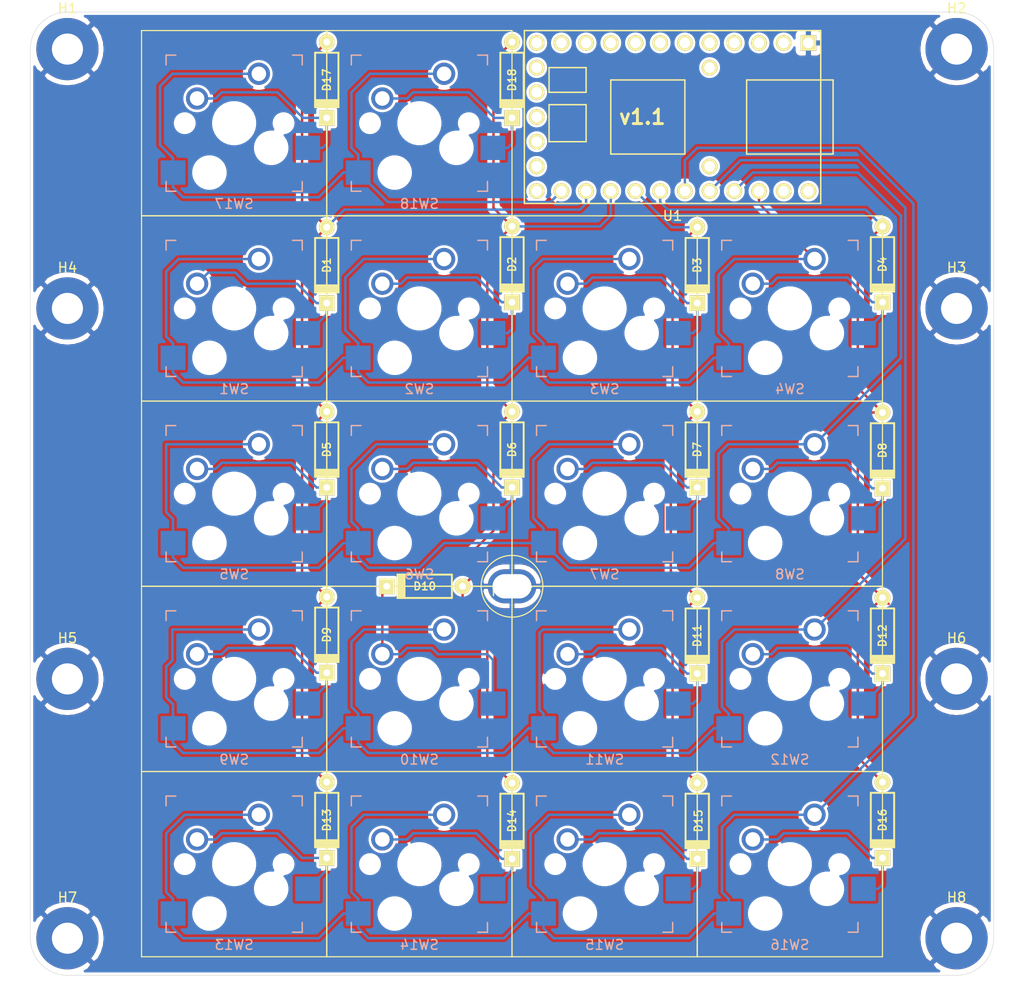
<source format=kicad_pcb>
(kicad_pcb (version 20171130) (host pcbnew "(5.1.2)-2")
  (layers (0 F.Cu signal) (31 B.Cu signal) (34 B.Paste user) (35 F.Paste user) (36 B.SilkS user) (37 F.SilkS user) (38 B.Mask user) (39 F.Mask user) (44 Edge.Cuts user))
  (net 0 "")
  (net 1 "Net-(D6-Pad1)")
  (net 2 COL0)
  (net 3 COL1)
  (net 4 "Net-(D7-Pad1)")
  (net 5 COL2)
  (net 6 "Net-(D8-Pad1)")
  (net 7 "Net-(D9-Pad1)")
  (net 8 COL3)
  (net 9 "Net-(D11-Pad1)")
  (net 10 "Net-(D12-Pad1)")
  (net 11 "Net-(D13-Pad1)")
  (net 12 "Net-(D14-Pad1)")
  (net 13 "Net-(D16-Pad1)")
  (net 14 ROW3)
  (net 15 ROW2)
  (net 16 ROW1)
  (net 17 ROW0)
  (net 18 "Net-(U1-Pad15)")
  (net 19 "Net-(U1-Pad2)")
  (net 20 "Net-(U1-Pad3)")
  (net 21 "Net-(U1-Pad4)")
  (net 22 "Net-(U1-Pad5)")
  (net 23 "Net-(U1-Pad6)")
  (net 24 "Net-(U1-Pad7)")
  (net 25 "Net-(U1-Pad8)")
  (net 26 "Net-(U1-Pad9)")
  (net 27 "Net-(U1-Pad10)")
  (net 28 "Net-(U1-Pad11)")
  (net 29 "Net-(U1-Pad12)")
  (net 30 "Net-(U1-Pad13)")
  (net 31 "Net-(U1-Pad14)")
  (net 32 "Net-(U1-Pad16)")
  (net 33 "Net-(U1-Pad17)")
  (net 34 "Net-(U1-Pad18)")
  (net 35 "Net-(U1-Pad28)")
  (net 36 "Net-(U1-Pad29)")
  (net 37 "Net-(U1-Pad30)")
  (net 38 "Net-(U1-Pad31)")
  (net 39 "Net-(D1-Pad1)")
  (net 40 "Net-(D2-Pad1)")
  (net 41 "Net-(D3-Pad1)")
  (net 42 "Net-(D4-Pad1)")
  (net 43 "Net-(D5-Pad1)")
  (net 44 "Net-(D10-Pad1)")
  (net 45 "Net-(D15-Pad1)")
  (net 46 "Net-(D17-Pad1)")
  (net 47 "Net-(D18-Pad1)")
  (net 48 ROW4)
  (net 49 GND)
  (module "christ none of these are what i want:M2-mounting-hole-oval" (layer F.Cu) (at 126.365 86.995)
    (fp_text reference REF** (at 0 0.5) (layer F.SilkS))
    (fp_text value M2-mounting-hole-oval)
    (pad "" thru_hole oval (at 0 0) (size 5 3.5) (drill oval 4 2.5) (layers *.Cu *.Mask) (net 49 GND))
  )
  (module teensy:Teensy2.0 (layer F.Cu) (at 142.875 38.735 180)
    (fp_text reference U1 (at 0 -10.16) (layer F.SilkS))
    (fp_text value Teensy2.0)
    (pad 15 thru_hole circle (at 13.97 0 180) (size 1.6 1.6) (drill 1.1) (layers *.Cu *.Mask F.SilkS) (net 18 "Net-(U1-Pad15)"))
    (pad 1 thru_hole rect (at -13.97 7.62 180) (size 1.6 1.6) (drill 1.1) (layers *.Cu *.Mask F.SilkS) (net 49 GND))
    (pad 2 thru_hole circle (at -11.43 7.62 180) (size 1.6 1.6) (drill 1.1) (layers *.Cu *.Mask F.SilkS) (net 19 "Net-(U1-Pad2)"))
    (pad 3 thru_hole circle (at -8.89 7.62 180) (size 1.6 1.6) (drill 1.1) (layers *.Cu *.Mask F.SilkS) (net 20 "Net-(U1-Pad3)"))
    (pad 4 thru_hole circle (at -6.35 7.62 180) (size 1.6 1.6) (drill 1.1) (layers *.Cu *.Mask F.SilkS) (net 21 "Net-(U1-Pad4)"))
    (pad 5 thru_hole circle (at -3.81 7.62 180) (size 1.6 1.6) (drill 1.1) (layers *.Cu *.Mask F.SilkS) (net 22 "Net-(U1-Pad5)"))
    (pad 6 thru_hole circle (at -1.27 7.62 180) (size 1.6 1.6) (drill 1.1) (layers *.Cu *.Mask F.SilkS) (net 23 "Net-(U1-Pad6)"))
    (pad 7 thru_hole circle (at 1.27 7.62 180) (size 1.6 1.6) (drill 1.1) (layers *.Cu *.Mask F.SilkS) (net 24 "Net-(U1-Pad7)"))
    (pad 8 thru_hole circle (at 3.81 7.62 180) (size 1.6 1.6) (drill 1.1) (layers *.Cu *.Mask F.SilkS) (net 25 "Net-(U1-Pad8)"))
    (pad 9 thru_hole circle (at 6.35 7.62 180) (size 1.6 1.6) (drill 1.1) (layers *.Cu *.Mask F.SilkS) (net 26 "Net-(U1-Pad9)"))
    (pad 10 thru_hole circle (at 8.89 7.62 180) (size 1.6 1.6) (drill 1.1) (layers *.Cu *.Mask F.SilkS) (net 27 "Net-(U1-Pad10)"))
    (pad 11 thru_hole circle (at 11.43 7.62 180) (size 1.6 1.6) (drill 1.1) (layers *.Cu *.Mask F.SilkS) (net 28 "Net-(U1-Pad11)"))
    (pad 12 thru_hole circle (at 13.97 7.62 180) (size 1.6 1.6) (drill 1.1) (layers *.Cu *.Mask F.SilkS) (net 29 "Net-(U1-Pad12)"))
    (pad 13 thru_hole circle (at 13.97 5.08 180) (size 1.6 1.6) (drill 1.1) (layers *.Cu *.Mask F.SilkS) (net 30 "Net-(U1-Pad13)"))
    (pad 14 thru_hole circle (at 13.97 2.54 180) (size 1.6 1.6) (drill 1.1) (layers *.Cu *.Mask F.SilkS) (net 31 "Net-(U1-Pad14)"))
    (pad 16 thru_hole circle (at 13.97 -2.54 180) (size 1.6 1.6) (drill 1.1) (layers *.Cu *.Mask F.SilkS) (net 32 "Net-(U1-Pad16)"))
    (pad 17 thru_hole circle (at 13.97 -5.08 180) (size 1.6 1.6) (drill 1.1) (layers *.Cu *.Mask F.SilkS) (net 33 "Net-(U1-Pad17)"))
    (pad 18 thru_hole circle (at 13.97 -7.62 180) (size 1.6 1.6) (drill 1.1) (layers *.Cu *.Mask F.SilkS) (net 34 "Net-(U1-Pad18)"))
    (pad 19 thru_hole circle (at 11.43 -7.62 180) (size 1.6 1.6) (drill 1.1) (layers *.Cu *.Mask F.SilkS) (net 48 ROW4))
    (pad 20 thru_hole circle (at 8.89 -7.62 180) (size 1.6 1.6) (drill 1.1) (layers *.Cu *.Mask F.SilkS) (net 2 COL0))
    (pad 21 thru_hole circle (at 6.35 -7.62 180) (size 1.6 1.6) (drill 1.1) (layers *.Cu *.Mask F.SilkS) (net 3 COL1))
    (pad 22 thru_hole circle (at 3.81 -7.62 180) (size 1.6 1.6) (drill 1.1) (layers *.Cu *.Mask F.SilkS) (net 5 COL2))
    (pad 23 thru_hole circle (at 1.27 -7.62 180) (size 1.6 1.6) (drill 1.1) (layers *.Cu *.Mask F.SilkS) (net 8 COL3))
    (pad 24 thru_hole circle (at -1.27 -7.62 180) (size 1.6 1.6) (drill 1.1) (layers *.Cu *.Mask F.SilkS) (net 17 ROW0))
    (pad 25 thru_hole circle (at -3.81 -7.62 180) (size 1.6 1.6) (drill 1.1) (layers *.Cu *.Mask F.SilkS) (net 16 ROW1))
    (pad 26 thru_hole circle (at -6.35 -7.62 180) (size 1.6 1.6) (drill 1.1) (layers *.Cu *.Mask F.SilkS) (net 15 ROW2))
    (pad 27 thru_hole circle (at -8.89 -7.62 180) (size 1.6 1.6) (drill 1.1) (layers *.Cu *.Mask F.SilkS) (net 14 ROW3))
    (pad 28 thru_hole circle (at -11.43 -7.62 180) (size 1.6 1.6) (drill 1.1) (layers *.Cu *.Mask F.SilkS) (net 35 "Net-(U1-Pad28)"))
    (pad 29 thru_hole circle (at -13.97 -7.62 180) (size 1.6 1.6) (drill 1.1) (layers *.Cu *.Mask F.SilkS) (net 36 "Net-(U1-Pad29)"))
    (pad 30 thru_hole circle (at -3.81 5.08 180) (size 1.6 1.6) (drill 1.1) (layers *.Cu *.Mask F.SilkS) (net 37 "Net-(U1-Pad30)"))
    (pad 31 thru_hole circle (at -3.81 -5.08 180) (size 1.6 1.6) (drill 1.1) (layers *.Cu *.Mask F.SilkS) (net 38 "Net-(U1-Pad31)"))
  )
  (module "christ none of these are what i want:Kailh_socket_optional100" (layer F.Cu) (at 135.89 77.47)
    (fp_text reference SW7 (at 0 8.3) (layer B.SilkS) (effects (justify mirror)))
    (fp_text value 6)
    (pad 2 smd rect (at 7.56 2.54) (size 2.55 2.5) (layers B.Cu B.Paste B.Mask) (net 4 "Net-(D7-Pad1)"))
    (pad "" np_thru_hole circle (at -5.08 0) (size 1.7018 1.7018) (drill 1.7018) (layers *.Cu *.Mask))
    (pad "" np_thru_hole circle (at 5.08 0) (size 1.7018 1.7018) (drill 1.7018) (layers *.Cu *.Mask))
    (pad 2 thru_hole circle (at -3.81 -2.54) (size 2.286 2.286) (drill 1.4986) (layers *.Cu *.Mask) (net 4 "Net-(D7-Pad1)"))
    (pad "" np_thru_hole circle (at 0 0) (size 3.9878 3.9878) (drill 3.9878) (layers *.Cu *.Mask))
    (pad 1 thru_hole circle (at 2.54 -5.08) (size 2.286 2.286) (drill 1.4986) (layers *.Cu *.Mask) (net 15 ROW2))
    (pad "" np_thru_hole circle (at 3.81 2.54) (size 3 3) (drill 3) (layers *.Cu *.Mask))
    (pad "" np_thru_hole circle (at -2.54 5.08) (size 3 3) (drill 3) (layers *.Cu *.Mask))
    (pad 1 smd rect (at -6.29 5.08) (size 2.55 2.5) (layers B.Cu B.Paste B.Mask) (net 15 ROW2))
  )
  (module keyboard_parts:D_axial (layer F.Cu) (at 117.385 86.995)
    (fp_text reference D10 (at 0 0) (layer F.SilkS) (effects (font (size 0.8 0.8))))
    (fp_text value DIODE hide)
    (pad 1 thru_hole rect (at -3.9 0) (size 1.6 1.6) (drill 0.7) (layers *.Cu *.Mask F.SilkS) (net 44 "Net-(D10-Pad1)"))
    (pad 2 thru_hole circle (at 3.9 0) (size 1.6 1.6) (drill 0.7) (layers *.Cu *.Mask F.SilkS) (net 3 COL1))
  )
  (module keyboard_parts:D_axial (layer F.Cu) (at 107.315 53.975 90)
    (fp_text reference D1 (at 0 0 90) (layer F.SilkS) (effects (font (size 0.8 0.8))))
    (fp_text value DIODE hide)
    (pad 1 thru_hole rect (at -3.9 0 90) (size 1.6 1.6) (drill 0.7) (layers *.Cu *.Mask F.SilkS) (net 39 "Net-(D1-Pad1)"))
    (pad 2 thru_hole circle (at 3.9 0 90) (size 1.6 1.6) (drill 0.7) (layers *.Cu *.Mask F.SilkS) (net 2 COL0))
  )
  (module keyboard_parts:D_axial (layer F.Cu) (at 126.365 53.885 90)
    (fp_text reference D2 (at 0 0 90) (layer F.SilkS) (effects (font (size 0.8 0.8))))
    (fp_text value DIODE hide)
    (pad 1 thru_hole rect (at -3.9 0 90) (size 1.6 1.6) (drill 0.7) (layers *.Cu *.Mask F.SilkS) (net 40 "Net-(D2-Pad1)"))
    (pad 2 thru_hole circle (at 3.9 0 90) (size 1.6 1.6) (drill 0.7) (layers *.Cu *.Mask F.SilkS) (net 3 COL1))
  )
  (module keyboard_parts:D_axial (layer F.Cu) (at 145.415 53.975 90)
    (fp_text reference D3 (at 0 0 90) (layer F.SilkS) (effects (font (size 0.8 0.8))))
    (fp_text value DIODE hide)
    (pad 1 thru_hole rect (at -3.9 0 90) (size 1.6 1.6) (drill 0.7) (layers *.Cu *.Mask F.SilkS) (net 41 "Net-(D3-Pad1)"))
    (pad 2 thru_hole circle (at 3.9 0 90) (size 1.6 1.6) (drill 0.7) (layers *.Cu *.Mask F.SilkS) (net 5 COL2))
  )
  (module keyboard_parts:D_axial (layer F.Cu) (at 164.465 53.885 90)
    (fp_text reference D4 (at 0 0 90) (layer F.SilkS) (effects (font (size 0.8 0.8))))
    (fp_text value DIODE hide)
    (pad 1 thru_hole rect (at -3.9 0 90) (size 1.6 1.6) (drill 0.7) (layers *.Cu *.Mask F.SilkS) (net 42 "Net-(D4-Pad1)"))
    (pad 2 thru_hole circle (at 3.9 0 90) (size 1.6 1.6) (drill 0.7) (layers *.Cu *.Mask F.SilkS) (net 8 COL3))
  )
  (module keyboard_parts:D_axial (layer F.Cu) (at 107.315 72.935 90)
    (fp_text reference D5 (at 0 0 90) (layer F.SilkS) (effects (font (size 0.8 0.8))))
    (fp_text value DIODE hide)
    (pad 2 thru_hole circle (at 3.9 0 90) (size 1.6 1.6) (drill 0.7) (layers *.Cu *.Mask F.SilkS) (net 2 COL0))
    (pad 1 thru_hole rect (at -3.9 0 90) (size 1.6 1.6) (drill 0.7) (layers *.Cu *.Mask F.SilkS) (net 43 "Net-(D5-Pad1)"))
  )
  (module keyboard_parts:D_axial (layer F.Cu) (at 126.365 72.935 90)
    (fp_text reference D6 (at 0 0 90) (layer F.SilkS) (effects (font (size 0.8 0.8))))
    (fp_text value DIODE hide)
    (pad 2 thru_hole circle (at 3.9 0 90) (size 1.6 1.6) (drill 0.7) (layers *.Cu *.Mask F.SilkS) (net 3 COL1))
    (pad 1 thru_hole rect (at -3.9 0 90) (size 1.6 1.6) (drill 0.7) (layers *.Cu *.Mask F.SilkS) (net 1 "Net-(D6-Pad1)"))
  )
  (module keyboard_parts:D_axial (layer F.Cu) (at 145.415 72.935 90)
    (fp_text reference D7 (at 0 0 90) (layer F.SilkS) (effects (font (size 0.8 0.8))))
    (fp_text value DIODE hide)
    (pad 2 thru_hole circle (at 3.9 0 90) (size 1.6 1.6) (drill 0.7) (layers *.Cu *.Mask F.SilkS) (net 5 COL2))
    (pad 1 thru_hole rect (at -3.9 0 90) (size 1.6 1.6) (drill 0.7) (layers *.Cu *.Mask F.SilkS) (net 4 "Net-(D7-Pad1)"))
  )
  (module keyboard_parts:D_axial (layer F.Cu) (at 164.465 73.025 90)
    (fp_text reference D8 (at 0 0 90) (layer F.SilkS) (effects (font (size 0.8 0.8))))
    (fp_text value DIODE hide)
    (pad 2 thru_hole circle (at 3.9 0 90) (size 1.6 1.6) (drill 0.7) (layers *.Cu *.Mask F.SilkS) (net 8 COL3))
    (pad 1 thru_hole rect (at -3.9 0 90) (size 1.6 1.6) (drill 0.7) (layers *.Cu *.Mask F.SilkS) (net 6 "Net-(D8-Pad1)"))
  )
  (module keyboard_parts:D_axial (layer F.Cu) (at 107.315 91.985 90)
    (fp_text reference D9 (at 0 0 90) (layer F.SilkS) (effects (font (size 0.8 0.8))))
    (fp_text value DIODE hide)
    (pad 1 thru_hole rect (at -3.9 0 90) (size 1.6 1.6) (drill 0.7) (layers *.Cu *.Mask F.SilkS) (net 7 "Net-(D9-Pad1)"))
    (pad 2 thru_hole circle (at 3.9 0 90) (size 1.6 1.6) (drill 0.7) (layers *.Cu *.Mask F.SilkS) (net 2 COL0))
  )
  (module keyboard_parts:D_axial (layer F.Cu) (at 145.415 92.075 90)
    (fp_text reference D11 (at 0 0 90) (layer F.SilkS) (effects (font (size 0.8 0.8))))
    (fp_text value DIODE hide)
    (pad 1 thru_hole rect (at -3.9 0 90) (size 1.6 1.6) (drill 0.7) (layers *.Cu *.Mask F.SilkS) (net 9 "Net-(D11-Pad1)"))
    (pad 2 thru_hole circle (at 3.9 0 90) (size 1.6 1.6) (drill 0.7) (layers *.Cu *.Mask F.SilkS) (net 5 COL2))
  )
  (module keyboard_parts:D_axial (layer F.Cu) (at 164.465 92.075 90)
    (fp_text reference D12 (at 0 0 90) (layer F.SilkS) (effects (font (size 0.8 0.8))))
    (fp_text value DIODE hide)
    (pad 1 thru_hole rect (at -3.9 0 90) (size 1.6 1.6) (drill 0.7) (layers *.Cu *.Mask F.SilkS) (net 10 "Net-(D12-Pad1)"))
    (pad 2 thru_hole circle (at 3.9 0 90) (size 1.6 1.6) (drill 0.7) (layers *.Cu *.Mask F.SilkS) (net 8 COL3))
  )
  (module keyboard_parts:D_axial (layer F.Cu) (at 107.315 111.035 90)
    (fp_text reference D13 (at 0 0 90) (layer F.SilkS) (effects (font (size 0.8 0.8))))
    (fp_text value DIODE hide)
    (pad 2 thru_hole circle (at 3.9 0 90) (size 1.6 1.6) (drill 0.7) (layers *.Cu *.Mask F.SilkS) (net 2 COL0))
    (pad 1 thru_hole rect (at -3.9 0 90) (size 1.6 1.6) (drill 0.7) (layers *.Cu *.Mask F.SilkS) (net 11 "Net-(D13-Pad1)"))
  )
  (module keyboard_parts:D_axial (layer F.Cu) (at 126.365 111.125 90)
    (fp_text reference D14 (at 0 0 90) (layer F.SilkS) (effects (font (size 0.8 0.8))))
    (fp_text value DIODE hide)
    (pad 2 thru_hole circle (at 3.9 0 90) (size 1.6 1.6) (drill 0.7) (layers *.Cu *.Mask F.SilkS) (net 3 COL1))
    (pad 1 thru_hole rect (at -3.9 0 90) (size 1.6 1.6) (drill 0.7) (layers *.Cu *.Mask F.SilkS) (net 12 "Net-(D14-Pad1)"))
  )
  (module keyboard_parts:D_axial (layer F.Cu) (at 145.415 111.125 90)
    (fp_text reference D15 (at 0 0.119999 90) (layer F.SilkS) (effects (font (size 0.8 0.8))))
    (fp_text value DIODE hide)
    (pad 2 thru_hole circle (at 3.9 0 90) (size 1.6 1.6) (drill 0.7) (layers *.Cu *.Mask F.SilkS) (net 5 COL2))
    (pad 1 thru_hole rect (at -3.9 0 90) (size 1.6 1.6) (drill 0.7) (layers *.Cu *.Mask F.SilkS) (net 45 "Net-(D15-Pad1)"))
  )
  (module keyboard_parts:D_axial (layer F.Cu) (at 164.465 111.035 90)
    (fp_text reference D16 (at 0 0 90) (layer F.SilkS) (effects (font (size 0.8 0.8))))
    (fp_text value DIODE hide)
    (pad 2 thru_hole circle (at 3.9 0 90) (size 1.6 1.6) (drill 0.7) (layers *.Cu *.Mask F.SilkS) (net 8 COL3))
    (pad 1 thru_hole rect (at -3.9 0 90) (size 1.6 1.6) (drill 0.7) (layers *.Cu *.Mask F.SilkS) (net 13 "Net-(D16-Pad1)"))
  )
  (module keyboard_parts:D_axial (layer F.Cu) (at 107.315 34.925 90)
    (fp_text reference D17 (at 0 0 90) (layer F.SilkS) (effects (font (size 0.8 0.8))))
    (fp_text value DIODE hide)
    (pad 1 thru_hole rect (at -3.9 0 90) (size 1.6 1.6) (drill 0.7) (layers *.Cu *.Mask F.SilkS) (net 46 "Net-(D17-Pad1)"))
    (pad 2 thru_hole circle (at 3.9 0 90) (size 1.6 1.6) (drill 0.7) (layers *.Cu *.Mask F.SilkS) (net 2 COL0))
  )
  (module "christ none of these are what i want:Kailh_socket_optional100" (layer F.Cu) (at 97.79 58.42)
    (fp_text reference SW1 (at 0 8.3) (layer B.SilkS) (effects (justify mirror)))
    (fp_text value 7)
    (pad 1 smd rect (at -6.29 5.08) (size 2.55 2.5) (layers B.Cu B.Paste B.Mask) (net 14 ROW3))
    (pad "" np_thru_hole circle (at -2.54 5.08) (size 3 3) (drill 3) (layers *.Cu *.Mask))
    (pad "" np_thru_hole circle (at 3.81 2.54) (size 3 3) (drill 3) (layers *.Cu *.Mask))
    (pad 1 thru_hole circle (at 2.54 -5.08) (size 2.286 2.286) (drill 1.4986) (layers *.Cu *.Mask) (net 14 ROW3))
    (pad "" np_thru_hole circle (at 0 0) (size 3.9878 3.9878) (drill 3.9878) (layers *.Cu *.Mask))
    (pad 2 thru_hole circle (at -3.81 -2.54) (size 2.286 2.286) (drill 1.4986) (layers *.Cu *.Mask) (net 39 "Net-(D1-Pad1)"))
    (pad "" np_thru_hole circle (at 5.08 0) (size 1.7018 1.7018) (drill 1.7018) (layers *.Cu *.Mask))
    (pad "" np_thru_hole circle (at -5.08 0) (size 1.7018 1.7018) (drill 1.7018) (layers *.Cu *.Mask))
    (pad 2 smd rect (at 7.56 2.54) (size 2.55 2.5) (layers B.Cu B.Paste B.Mask) (net 39 "Net-(D1-Pad1)"))
  )
  (module "christ none of these are what i want:Kailh_socket_optional100" (layer F.Cu) (at 116.84 58.42)
    (fp_text reference SW2 (at 0 8.3) (layer B.SilkS) (effects (justify mirror)))
    (fp_text value 8)
    (pad 1 smd rect (at -6.29 5.08) (size 2.55 2.5) (layers B.Cu B.Paste B.Mask) (net 14 ROW3))
    (pad "" np_thru_hole circle (at -2.54 5.08) (size 3 3) (drill 3) (layers *.Cu *.Mask))
    (pad "" np_thru_hole circle (at 3.81 2.54) (size 3 3) (drill 3) (layers *.Cu *.Mask))
    (pad 1 thru_hole circle (at 2.54 -5.08) (size 2.286 2.286) (drill 1.4986) (layers *.Cu *.Mask) (net 14 ROW3))
    (pad "" np_thru_hole circle (at 0 0) (size 3.9878 3.9878) (drill 3.9878) (layers *.Cu *.Mask))
    (pad 2 thru_hole circle (at -3.81 -2.54) (size 2.286 2.286) (drill 1.4986) (layers *.Cu *.Mask) (net 40 "Net-(D2-Pad1)"))
    (pad "" np_thru_hole circle (at 5.08 0) (size 1.7018 1.7018) (drill 1.7018) (layers *.Cu *.Mask))
    (pad "" np_thru_hole circle (at -5.08 0) (size 1.7018 1.7018) (drill 1.7018) (layers *.Cu *.Mask))
    (pad 2 smd rect (at 7.56 2.54) (size 2.55 2.5) (layers B.Cu B.Paste B.Mask) (net 40 "Net-(D2-Pad1)"))
  )
  (module "christ none of these are what i want:Kailh_socket_optional100" (layer F.Cu) (at 135.89 58.42)
    (fp_text reference SW3 (at 0 8.3) (layer B.SilkS) (effects (justify mirror)))
    (fp_text value 9)
    (pad 1 smd rect (at -6.29 5.08) (size 2.55 2.5) (layers B.Cu B.Paste B.Mask) (net 14 ROW3))
    (pad "" np_thru_hole circle (at -2.54 5.08) (size 3 3) (drill 3) (layers *.Cu *.Mask))
    (pad "" np_thru_hole circle (at 3.81 2.54) (size 3 3) (drill 3) (layers *.Cu *.Mask))
    (pad 1 thru_hole circle (at 2.54 -5.08) (size 2.286 2.286) (drill 1.4986) (layers *.Cu *.Mask) (net 14 ROW3))
    (pad "" np_thru_hole circle (at 0 0) (size 3.9878 3.9878) (drill 3.9878) (layers *.Cu *.Mask))
    (pad 2 thru_hole circle (at -3.81 -2.54) (size 2.286 2.286) (drill 1.4986) (layers *.Cu *.Mask) (net 41 "Net-(D3-Pad1)"))
    (pad "" np_thru_hole circle (at 5.08 0) (size 1.7018 1.7018) (drill 1.7018) (layers *.Cu *.Mask))
    (pad "" np_thru_hole circle (at -5.08 0) (size 1.7018 1.7018) (drill 1.7018) (layers *.Cu *.Mask))
    (pad 2 smd rect (at 7.56 2.54) (size 2.55 2.5) (layers B.Cu B.Paste B.Mask) (net 41 "Net-(D3-Pad1)"))
  )
  (module "christ none of these are what i want:Kailh_socket_optional100" (layer F.Cu) (at 154.94 58.42)
    (fp_text reference SW4 (at 0 8.3) (layer B.SilkS) (effects (justify mirror)))
    (fp_text value -)
    (pad 2 smd rect (at 7.56 2.54) (size 2.55 2.5) (layers B.Cu B.Paste B.Mask) (net 42 "Net-(D4-Pad1)"))
    (pad "" np_thru_hole circle (at -5.08 0) (size 1.7018 1.7018) (drill 1.7018) (layers *.Cu *.Mask))
    (pad "" np_thru_hole circle (at 5.08 0) (size 1.7018 1.7018) (drill 1.7018) (layers *.Cu *.Mask))
    (pad 2 thru_hole circle (at -3.81 -2.54) (size 2.286 2.286) (drill 1.4986) (layers *.Cu *.Mask) (net 42 "Net-(D4-Pad1)"))
    (pad "" np_thru_hole circle (at 0 0) (size 3.9878 3.9878) (drill 3.9878) (layers *.Cu *.Mask))
    (pad 1 thru_hole circle (at 2.54 -5.08) (size 2.286 2.286) (drill 1.4986) (layers *.Cu *.Mask) (net 14 ROW3))
    (pad "" np_thru_hole circle (at 3.81 2.54) (size 3 3) (drill 3) (layers *.Cu *.Mask))
    (pad "" np_thru_hole circle (at -2.54 5.08) (size 3 3) (drill 3) (layers *.Cu *.Mask))
    (pad 1 smd rect (at -6.29 5.08) (size 2.55 2.5) (layers B.Cu B.Paste B.Mask) (net 14 ROW3))
  )
  (module "christ none of these are what i want:Kailh_socket_optional100" (layer F.Cu) (at 97.79 77.47)
    (fp_text reference SW5 (at 0 8.3) (layer B.SilkS) (effects (justify mirror)))
    (fp_text value 4)
    (pad 2 smd rect (at 7.56 2.54) (size 2.55 2.5) (layers B.Cu B.Paste B.Mask) (net 43 "Net-(D5-Pad1)"))
    (pad "" np_thru_hole circle (at -5.08 0) (size 1.7018 1.7018) (drill 1.7018) (layers *.Cu *.Mask))
    (pad "" np_thru_hole circle (at 5.08 0) (size 1.7018 1.7018) (drill 1.7018) (layers *.Cu *.Mask))
    (pad 2 thru_hole circle (at -3.81 -2.54) (size 2.286 2.286) (drill 1.4986) (layers *.Cu *.Mask) (net 43 "Net-(D5-Pad1)"))
    (pad "" np_thru_hole circle (at 0 0) (size 3.9878 3.9878) (drill 3.9878) (layers *.Cu *.Mask))
    (pad 1 thru_hole circle (at 2.54 -5.08) (size 2.286 2.286) (drill 1.4986) (layers *.Cu *.Mask) (net 15 ROW2))
    (pad "" np_thru_hole circle (at 3.81 2.54) (size 3 3) (drill 3) (layers *.Cu *.Mask))
    (pad "" np_thru_hole circle (at -2.54 5.08) (size 3 3) (drill 3) (layers *.Cu *.Mask))
    (pad 1 smd rect (at -6.29 5.08) (size 2.55 2.5) (layers B.Cu B.Paste B.Mask) (net 15 ROW2))
  )
  (module "christ none of these are what i want:Kailh_socket_optional100" (layer F.Cu) (at 116.84 77.47)
    (fp_text reference SW6 (at 0 8.3) (layer B.SilkS) (effects (justify mirror)))
    (fp_text value 5)
    (pad 1 smd rect (at -6.29 5.08) (size 2.55 2.5) (layers B.Cu B.Paste B.Mask) (net 15 ROW2))
    (pad "" np_thru_hole circle (at -2.54 5.08) (size 3 3) (drill 3) (layers *.Cu *.Mask))
    (pad "" np_thru_hole circle (at 3.81 2.54) (size 3 3) (drill 3) (layers *.Cu *.Mask))
    (pad 1 thru_hole circle (at 2.54 -5.08) (size 2.286 2.286) (drill 1.4986) (layers *.Cu *.Mask) (net 15 ROW2))
    (pad "" np_thru_hole circle (at 0 0) (size 3.9878 3.9878) (drill 3.9878) (layers *.Cu *.Mask))
    (pad 2 thru_hole circle (at -3.81 -2.54) (size 2.286 2.286) (drill 1.4986) (layers *.Cu *.Mask) (net 1 "Net-(D6-Pad1)"))
    (pad "" np_thru_hole circle (at 5.08 0) (size 1.7018 1.7018) (drill 1.7018) (layers *.Cu *.Mask))
    (pad "" np_thru_hole circle (at -5.08 0) (size 1.7018 1.7018) (drill 1.7018) (layers *.Cu *.Mask))
    (pad 2 smd rect (at 7.56 2.54) (size 2.55 2.5) (layers B.Cu B.Paste B.Mask) (net 1 "Net-(D6-Pad1)"))
  )
  (module "christ none of these are what i want:Kailh_socket_optional100" (layer F.Cu) (at 154.94 77.47)
    (fp_text reference SW8 (at 0 8.3) (layer B.SilkS) (effects (justify mirror)))
    (fp_text value *)
    (pad 1 smd rect (at -6.29 5.08) (size 2.55 2.5) (layers B.Cu B.Paste B.Mask) (net 15 ROW2))
    (pad "" np_thru_hole circle (at -2.54 5.08) (size 3 3) (drill 3) (layers *.Cu *.Mask))
    (pad "" np_thru_hole circle (at 3.81 2.54) (size 3 3) (drill 3) (layers *.Cu *.Mask))
    (pad 1 thru_hole circle (at 2.54 -5.08) (size 2.286 2.286) (drill 1.4986) (layers *.Cu *.Mask) (net 15 ROW2))
    (pad "" np_thru_hole circle (at 0 0) (size 3.9878 3.9878) (drill 3.9878) (layers *.Cu *.Mask))
    (pad 2 thru_hole circle (at -3.81 -2.54) (size 2.286 2.286) (drill 1.4986) (layers *.Cu *.Mask) (net 6 "Net-(D8-Pad1)"))
    (pad "" np_thru_hole circle (at 5.08 0) (size 1.7018 1.7018) (drill 1.7018) (layers *.Cu *.Mask))
    (pad "" np_thru_hole circle (at -5.08 0) (size 1.7018 1.7018) (drill 1.7018) (layers *.Cu *.Mask))
    (pad 2 smd rect (at 7.56 2.54) (size 2.55 2.5) (layers B.Cu B.Paste B.Mask) (net 6 "Net-(D8-Pad1)"))
  )
  (module "christ none of these are what i want:Kailh_socket_optional100" (layer F.Cu) (at 97.79 96.52)
    (fp_text reference SW9 (at 0 8.3) (layer B.SilkS) (effects (justify mirror)))
    (fp_text value 1)
    (pad 1 smd rect (at -6.29 5.08) (size 2.55 2.5) (layers B.Cu B.Paste B.Mask) (net 16 ROW1))
    (pad "" np_thru_hole circle (at -2.54 5.08) (size 3 3) (drill 3) (layers *.Cu *.Mask))
    (pad "" np_thru_hole circle (at 3.81 2.54) (size 3 3) (drill 3) (layers *.Cu *.Mask))
    (pad 1 thru_hole circle (at 2.54 -5.08) (size 2.286 2.286) (drill 1.4986) (layers *.Cu *.Mask) (net 16 ROW1))
    (pad "" np_thru_hole circle (at 0 0) (size 3.9878 3.9878) (drill 3.9878) (layers *.Cu *.Mask))
    (pad 2 thru_hole circle (at -3.81 -2.54) (size 2.286 2.286) (drill 1.4986) (layers *.Cu *.Mask) (net 7 "Net-(D9-Pad1)"))
    (pad "" np_thru_hole circle (at 5.08 0) (size 1.7018 1.7018) (drill 1.7018) (layers *.Cu *.Mask))
    (pad "" np_thru_hole circle (at -5.08 0) (size 1.7018 1.7018) (drill 1.7018) (layers *.Cu *.Mask))
    (pad 2 smd rect (at 7.56 2.54) (size 2.55 2.5) (layers B.Cu B.Paste B.Mask) (net 7 "Net-(D9-Pad1)"))
  )
  (module "christ none of these are what i want:Kailh_socket_optional100" (layer F.Cu) (at 116.84 96.52)
    (fp_text reference SW10 (at 0 8.3) (layer B.SilkS) (effects (justify mirror)))
    (fp_text value 2)
    (pad 2 smd rect (at 7.56 2.54) (size 2.55 2.5) (layers B.Cu B.Paste B.Mask) (net 44 "Net-(D10-Pad1)"))
    (pad "" np_thru_hole circle (at -5.08 0) (size 1.7018 1.7018) (drill 1.7018) (layers *.Cu *.Mask))
    (pad "" np_thru_hole circle (at 5.08 0) (size 1.7018 1.7018) (drill 1.7018) (layers *.Cu *.Mask))
    (pad 2 thru_hole circle (at -3.81 -2.54) (size 2.286 2.286) (drill 1.4986) (layers *.Cu *.Mask) (net 44 "Net-(D10-Pad1)"))
    (pad "" np_thru_hole circle (at 0 0) (size 3.9878 3.9878) (drill 3.9878) (layers *.Cu *.Mask))
    (pad 1 thru_hole circle (at 2.54 -5.08) (size 2.286 2.286) (drill 1.4986) (layers *.Cu *.Mask) (net 16 ROW1))
    (pad "" np_thru_hole circle (at 3.81 2.54) (size 3 3) (drill 3) (layers *.Cu *.Mask))
    (pad "" np_thru_hole circle (at -2.54 5.08) (size 3 3) (drill 3) (layers *.Cu *.Mask))
    (pad 1 smd rect (at -6.29 5.08) (size 2.55 2.5) (layers B.Cu B.Paste B.Mask) (net 16 ROW1))
  )
  (module "christ none of these are what i want:Kailh_socket_optional100" (layer F.Cu) (at 135.89 96.52)
    (fp_text reference SW11 (at 0 8.3) (layer B.SilkS) (effects (justify mirror)))
    (fp_text value 3)
    (pad 1 smd rect (at -6.29 5.08) (size 2.55 2.5) (layers B.Cu B.Paste B.Mask) (net 16 ROW1))
    (pad "" np_thru_hole circle (at -2.54 5.08) (size 3 3) (drill 3) (layers *.Cu *.Mask))
    (pad "" np_thru_hole circle (at 3.81 2.54) (size 3 3) (drill 3) (layers *.Cu *.Mask))
    (pad 1 thru_hole circle (at 2.54 -5.08) (size 2.286 2.286) (drill 1.4986) (layers *.Cu *.Mask) (net 16 ROW1))
    (pad "" np_thru_hole circle (at 0 0) (size 3.9878 3.9878) (drill 3.9878) (layers *.Cu *.Mask))
    (pad 2 thru_hole circle (at -3.81 -2.54) (size 2.286 2.286) (drill 1.4986) (layers *.Cu *.Mask) (net 9 "Net-(D11-Pad1)"))
    (pad "" np_thru_hole circle (at 5.08 0) (size 1.7018 1.7018) (drill 1.7018) (layers *.Cu *.Mask))
    (pad "" np_thru_hole circle (at -5.08 0) (size 1.7018 1.7018) (drill 1.7018) (layers *.Cu *.Mask))
    (pad 2 smd rect (at 7.56 2.54) (size 2.55 2.5) (layers B.Cu B.Paste B.Mask) (net 9 "Net-(D11-Pad1)"))
  )
  (module "christ none of these are what i want:Kailh_socket_optional100" (layer F.Cu) (at 154.94 96.52)
    (fp_text reference SW12 (at 0 8.3) (layer B.SilkS) (effects (justify mirror)))
    (fp_text value +)
    (pad 1 smd rect (at -6.29 5.08) (size 2.55 2.5) (layers B.Cu B.Paste B.Mask) (net 16 ROW1))
    (pad "" np_thru_hole circle (at -2.54 5.08) (size 3 3) (drill 3) (layers *.Cu *.Mask))
    (pad "" np_thru_hole circle (at 3.81 2.54) (size 3 3) (drill 3) (layers *.Cu *.Mask))
    (pad 1 thru_hole circle (at 2.54 -5.08) (size 2.286 2.286) (drill 1.4986) (layers *.Cu *.Mask) (net 16 ROW1))
    (pad "" np_thru_hole circle (at 0 0) (size 3.9878 3.9878) (drill 3.9878) (layers *.Cu *.Mask))
    (pad 2 thru_hole circle (at -3.81 -2.54) (size 2.286 2.286) (drill 1.4986) (layers *.Cu *.Mask) (net 10 "Net-(D12-Pad1)"))
    (pad "" np_thru_hole circle (at 5.08 0) (size 1.7018 1.7018) (drill 1.7018) (layers *.Cu *.Mask))
    (pad "" np_thru_hole circle (at -5.08 0) (size 1.7018 1.7018) (drill 1.7018) (layers *.Cu *.Mask))
    (pad 2 smd rect (at 7.56 2.54) (size 2.55 2.5) (layers B.Cu B.Paste B.Mask) (net 10 "Net-(D12-Pad1)"))
  )
  (module "christ none of these are what i want:Kailh_socket_optional100" (layer F.Cu) (at 97.79 115.57)
    (fp_text reference SW13 (at 0 8.3) (layer B.SilkS) (effects (justify mirror)))
    (fp_text value 0)
    (pad 2 smd rect (at 7.56 2.54) (size 2.55 2.5) (layers B.Cu B.Paste B.Mask) (net 11 "Net-(D13-Pad1)"))
    (pad "" np_thru_hole circle (at -5.08 0) (size 1.7018 1.7018) (drill 1.7018) (layers *.Cu *.Mask))
    (pad "" np_thru_hole circle (at 5.08 0) (size 1.7018 1.7018) (drill 1.7018) (layers *.Cu *.Mask))
    (pad 2 thru_hole circle (at -3.81 -2.54) (size 2.286 2.286) (drill 1.4986) (layers *.Cu *.Mask) (net 11 "Net-(D13-Pad1)"))
    (pad "" np_thru_hole circle (at 0 0) (size 3.9878 3.9878) (drill 3.9878) (layers *.Cu *.Mask))
    (pad 1 thru_hole circle (at 2.54 -5.08) (size 2.286 2.286) (drill 1.4986) (layers *.Cu *.Mask) (net 17 ROW0))
    (pad "" np_thru_hole circle (at 3.81 2.54) (size 3 3) (drill 3) (layers *.Cu *.Mask))
    (pad "" np_thru_hole circle (at -2.54 5.08) (size 3 3) (drill 3) (layers *.Cu *.Mask))
    (pad 1 smd rect (at -6.29 5.08) (size 2.55 2.5) (layers B.Cu B.Paste B.Mask) (net 17 ROW0))
  )
  (module "christ none of these are what i want:Kailh_socket_optional100" (layer F.Cu) (at 116.84 115.57)
    (fp_text reference SW14 (at 0 8.3) (layer B.SilkS) (effects (justify mirror)))
    (fp_text value .)
    (pad 1 smd rect (at -6.29 5.08) (size 2.55 2.5) (layers B.Cu B.Paste B.Mask) (net 17 ROW0))
    (pad "" np_thru_hole circle (at -2.54 5.08) (size 3 3) (drill 3) (layers *.Cu *.Mask))
    (pad "" np_thru_hole circle (at 3.81 2.54) (size 3 3) (drill 3) (layers *.Cu *.Mask))
    (pad 1 thru_hole circle (at 2.54 -5.08) (size 2.286 2.286) (drill 1.4986) (layers *.Cu *.Mask) (net 17 ROW0))
    (pad "" np_thru_hole circle (at 0 0) (size 3.9878 3.9878) (drill 3.9878) (layers *.Cu *.Mask))
    (pad 2 thru_hole circle (at -3.81 -2.54) (size 2.286 2.286) (drill 1.4986) (layers *.Cu *.Mask) (net 12 "Net-(D14-Pad1)"))
    (pad "" np_thru_hole circle (at 5.08 0) (size 1.7018 1.7018) (drill 1.7018) (layers *.Cu *.Mask))
    (pad "" np_thru_hole circle (at -5.08 0) (size 1.7018 1.7018) (drill 1.7018) (layers *.Cu *.Mask))
    (pad 2 smd rect (at 7.56 2.54) (size 2.55 2.5) (layers B.Cu B.Paste B.Mask) (net 12 "Net-(D14-Pad1)"))
  )
  (module "christ none of these are what i want:Kailh_socket_optional100" (layer F.Cu) (at 135.89 115.57)
    (fp_text reference SW15 (at 0 8.3) (layer B.SilkS) (effects (justify mirror)))
    (fp_text value /)
    (pad 2 smd rect (at 7.56 2.54) (size 2.55 2.5) (layers B.Cu B.Paste B.Mask) (net 45 "Net-(D15-Pad1)"))
    (pad "" np_thru_hole circle (at -5.08 0) (size 1.7018 1.7018) (drill 1.7018) (layers *.Cu *.Mask))
    (pad "" np_thru_hole circle (at 5.08 0) (size 1.7018 1.7018) (drill 1.7018) (layers *.Cu *.Mask))
    (pad 2 thru_hole circle (at -3.81 -2.54) (size 2.286 2.286) (drill 1.4986) (layers *.Cu *.Mask) (net 45 "Net-(D15-Pad1)"))
    (pad "" np_thru_hole circle (at 0 0) (size 3.9878 3.9878) (drill 3.9878) (layers *.Cu *.Mask))
    (pad 1 thru_hole circle (at 2.54 -5.08) (size 2.286 2.286) (drill 1.4986) (layers *.Cu *.Mask) (net 17 ROW0))
    (pad "" np_thru_hole circle (at 3.81 2.54) (size 3 3) (drill 3) (layers *.Cu *.Mask))
    (pad "" np_thru_hole circle (at -2.54 5.08) (size 3 3) (drill 3) (layers *.Cu *.Mask))
    (pad 1 smd rect (at -6.29 5.08) (size 2.55 2.5) (layers B.Cu B.Paste B.Mask) (net 17 ROW0))
  )
  (module "christ none of these are what i want:Kailh_socket_optional100" (layer F.Cu) (at 154.94 115.57)
    (fp_text reference SW16 (at 0 8.3) (layer B.SilkS) (effects (justify mirror)))
    (fp_text value Enter)
    (pad 2 smd rect (at 7.56 2.54) (size 2.55 2.5) (layers B.Cu B.Paste B.Mask) (net 13 "Net-(D16-Pad1)"))
    (pad "" np_thru_hole circle (at -5.08 0) (size 1.7018 1.7018) (drill 1.7018) (layers *.Cu *.Mask))
    (pad "" np_thru_hole circle (at 5.08 0) (size 1.7018 1.7018) (drill 1.7018) (layers *.Cu *.Mask))
    (pad 2 thru_hole circle (at -3.81 -2.54) (size 2.286 2.286) (drill 1.4986) (layers *.Cu *.Mask) (net 13 "Net-(D16-Pad1)"))
    (pad "" np_thru_hole circle (at 0 0) (size 3.9878 3.9878) (drill 3.9878) (layers *.Cu *.Mask))
    (pad 1 thru_hole circle (at 2.54 -5.08) (size 2.286 2.286) (drill 1.4986) (layers *.Cu *.Mask) (net 17 ROW0))
    (pad "" np_thru_hole circle (at 3.81 2.54) (size 3 3) (drill 3) (layers *.Cu *.Mask))
    (pad "" np_thru_hole circle (at -2.54 5.08) (size 3 3) (drill 3) (layers *.Cu *.Mask))
    (pad 1 smd rect (at -6.29 5.08) (size 2.55 2.5) (layers B.Cu B.Paste B.Mask) (net 17 ROW0))
  )
  (module "christ none of these are what i want:Kailh_socket_optional100" (layer F.Cu) (at 97.79 39.37)
    (fp_text reference SW17 (at 0 8.3) (layer B.SilkS) (effects (justify mirror)))
    (fp_text value Blank1)
    (pad 2 smd rect (at 7.56 2.54) (size 2.55 2.5) (layers B.Cu B.Paste B.Mask) (net 46 "Net-(D17-Pad1)"))
    (pad "" np_thru_hole circle (at -5.08 0) (size 1.7018 1.7018) (drill 1.7018) (layers *.Cu *.Mask))
    (pad "" np_thru_hole circle (at 5.08 0) (size 1.7018 1.7018) (drill 1.7018) (layers *.Cu *.Mask))
    (pad 2 thru_hole circle (at -3.81 -2.54) (size 2.286 2.286) (drill 1.4986) (layers *.Cu *.Mask) (net 46 "Net-(D17-Pad1)"))
    (pad "" np_thru_hole circle (at 0 0) (size 3.9878 3.9878) (drill 3.9878) (layers *.Cu *.Mask))
    (pad 1 thru_hole circle (at 2.54 -5.08) (size 2.286 2.286) (drill 1.4986) (layers *.Cu *.Mask) (net 48 ROW4))
    (pad "" np_thru_hole circle (at 3.81 2.54) (size 3 3) (drill 3) (layers *.Cu *.Mask))
    (pad "" np_thru_hole circle (at -2.54 5.08) (size 3 3) (drill 3) (layers *.Cu *.Mask))
    (pad 1 smd rect (at -6.29 5.08) (size 2.55 2.5) (layers B.Cu B.Paste B.Mask) (net 48 ROW4))
  )
  (module "christ none of these are what i want:Kailh_socket_optional100" (layer F.Cu) (at 116.84 39.37)
    (fp_text reference SW18 (at 0 8.3) (layer B.SilkS) (effects (justify mirror)))
    (fp_text value Blank2)
    (pad 2 smd rect (at 7.56 2.54) (size 2.55 2.5) (layers B.Cu B.Paste B.Mask) (net 47 "Net-(D18-Pad1)"))
    (pad "" np_thru_hole circle (at -5.08 0) (size 1.7018 1.7018) (drill 1.7018) (layers *.Cu *.Mask))
    (pad "" np_thru_hole circle (at 5.08 0) (size 1.7018 1.7018) (drill 1.7018) (layers *.Cu *.Mask))
    (pad 2 thru_hole circle (at -3.81 -2.54) (size 2.286 2.286) (drill 1.4986) (layers *.Cu *.Mask) (net 47 "Net-(D18-Pad1)"))
    (pad "" np_thru_hole circle (at 0 0) (size 3.9878 3.9878) (drill 3.9878) (layers *.Cu *.Mask))
    (pad 1 thru_hole circle (at 2.54 -5.08) (size 2.286 2.286) (drill 1.4986) (layers *.Cu *.Mask) (net 48 ROW4))
    (pad "" np_thru_hole circle (at 3.81 2.54) (size 3 3) (drill 3) (layers *.Cu *.Mask))
    (pad "" np_thru_hole circle (at -2.54 5.08) (size 3 3) (drill 3) (layers *.Cu *.Mask))
    (pad 1 smd rect (at -6.29 5.08) (size 2.55 2.5) (layers B.Cu B.Paste B.Mask) (net 48 ROW4))
  )
  (module keyboard_parts:D_axial (layer F.Cu) (at 126.365 34.925 90)
    (fp_text reference D18 (at 0 0 90) (layer F.SilkS) (effects (font (size 0.8 0.8))))
    (fp_text value DIODE hide)
    (pad 1 thru_hole rect (at -3.9 0 90) (size 1.6 1.6) (drill 0.7) (layers *.Cu *.Mask F.SilkS) (net 47 "Net-(D18-Pad1)"))
    (pad 2 thru_hole circle (at 3.9 0 90) (size 1.6 1.6) (drill 0.7) (layers *.Cu *.Mask F.SilkS) (net 3 COL1))
  )
  (module MountingHole:MountingHole_3.2mm_M3_Pad (layer F.Cu) (at 80.645 31.75)
    (fp_text reference H1 (at 0 -4.2) (layer F.SilkS))
    (fp_text value MountingHole_Pad)
    (pad 1 thru_hole circle (at 0 0) (size 6.4 6.4) (drill 3.2) (layers *.Cu *.Mask) (net 49 GND))
  )
  (module MountingHole:MountingHole_3.2mm_M3_Pad (layer F.Cu) (at 172.085 31.75)
    (fp_text reference H2 (at 0 -4.2) (layer F.SilkS))
    (fp_text value MountingHole_Pad)
    (pad 1 thru_hole circle (at 0 0) (size 6.4 6.4) (drill 3.2) (layers *.Cu *.Mask) (net 49 GND))
  )
  (module MountingHole:MountingHole_3.2mm_M3_Pad (layer F.Cu) (at 172.085 58.42)
    (fp_text reference H3 (at 0 -4.2) (layer F.SilkS))
    (fp_text value MountingHole_Pad)
    (pad 1 thru_hole circle (at 0 0) (size 6.4 6.4) (drill 3.2) (layers *.Cu *.Mask) (net 49 GND))
  )
  (module MountingHole:MountingHole_3.2mm_M3_Pad (layer F.Cu) (at 80.645 58.42)
    (fp_text reference H4 (at 0 -4.2) (layer F.SilkS))
    (fp_text value MountingHole_Pad)
    (pad 1 thru_hole circle (at 0 0) (size 6.4 6.4) (drill 3.2) (layers *.Cu *.Mask) (net 49 GND))
  )
  (module MountingHole:MountingHole_3.2mm_M3_Pad (layer F.Cu) (at 80.645 96.52)
    (fp_text reference H5 (at 0 -4.2) (layer F.SilkS))
    (fp_text value MountingHole_Pad)
    (pad 1 thru_hole circle (at 0 0) (size 6.4 6.4) (drill 3.2) (layers *.Cu *.Mask) (net 49 GND))
  )
  (module MountingHole:MountingHole_3.2mm_M3_Pad (layer F.Cu) (at 172.085 96.52)
    (fp_text reference H6 (at 0 -4.2) (layer F.SilkS))
    (fp_text value MountingHole_Pad)
    (pad 1 thru_hole circle (at 0 0) (size 6.4 6.4) (drill 3.2) (layers *.Cu *.Mask) (net 49 GND))
  )
  (module MountingHole:MountingHole_3.2mm_M3_Pad (layer F.Cu) (at 80.645 123.19)
    (fp_text reference H7 (at 0 -4.2) (layer F.SilkS))
    (fp_text value MountingHole_Pad)
    (pad 1 thru_hole circle (at 0 0) (size 6.4 6.4) (drill 3.2) (layers *.Cu *.Mask) (net 49 GND))
  )
  (module MountingHole:MountingHole_3.2mm_M3_Pad (layer F.Cu) (at 172.085 123.19)
    (fp_text reference H8 (at 0 -4.2) (layer F.SilkS))
    (fp_text value MountingHole_Pad)
    (pad 1 thru_hole circle (at 0 0) (size 6.4 6.4) (drill 3.2) (layers *.Cu *.Mask) (net 49 GND))
  )
  (gr_line (start 76.835 123.19) (end 76.835 31.75) (layer Edge.Cuts) (width 0.05))
  (gr_line (start 172.085 127) (end 80.645 127) (layer Edge.Cuts) (width 0.05))
  (gr_line (start 175.895 31.75) (end 175.895 123.19) (layer Edge.Cuts) (width 0.05))
  (gr_line (start 80.645 27.94) (end 172.085 27.94) (layer Edge.Cuts) (width 0.05))
  (gr_arc (start 80.645 123.19) (end 76.835 123.19) (angle -90) (layer Edge.Cuts) (width 0.05))
  (gr_arc (start 80.645 31.75) (end 80.645 27.94) (angle -90) (layer Edge.Cuts) (width 0.05))
  (gr_arc (start 172.085 31.75) (end 175.895 31.75) (angle -90) (layer Edge.Cuts) (width 0.05))
  (gr_arc (start 172.085 123.19) (end 172.085 127) (angle -90) (layer Edge.Cuts) (width 0.05))
  (gr_text "v1.1 " (at 140.335 38.735) (layer F.SilkS) (effects (font (size 1.5 1.5) (thickness 0.3))))
  (segment (start 126.365 77.885) (end 126.365 76.835) (width 0.25) (layer B.Cu) (net 1))
  (segment (start 126.365 78.07) (end 126.365 77.885) (width 0.25) (layer B.Cu) (net 1))
  (segment (start 124.425 80.01) (end 126.365 78.07) (width 0.25) (layer B.Cu) (net 1))
  (segment (start 124.4 80.01) (end 124.425 80.01) (width 0.25) (layer B.Cu) (net 1))
  (segment (start 113.03 74.93) (end 115.57 74.93) (width 0.25) (layer B.Cu) (net 1))
  (segment (start 115.57 74.93) (end 116.205 74.295) (width 0.25) (layer B.Cu) (net 1))
  (segment (start 125.315 76.835) (end 126.365 76.835) (width 0.25) (layer B.Cu) (net 1))
  (segment (start 122.775 74.295) (end 125.315 76.835) (width 0.25) (layer B.Cu) (net 1))
  (segment (start 116.205 74.295) (end 122.775 74.295) (width 0.25) (layer B.Cu) (net 1))
  (segment (start 106.515001 50.874999) (end 106.515001 50.964999) (width 0.25) (layer F.Cu) (net 2))
  (segment (start 107.315 50.075) (end 106.515001 50.874999) (width 0.25) (layer F.Cu) (net 2))
  (segment (start 106.515001 50.964999) (end 104.775 52.705) (width 0.25) (layer F.Cu) (net 2))
  (segment (start 104.775 66.495) (end 107.315 69.035) (width 0.25) (layer F.Cu) (net 2))
  (segment (start 104.775 52.705) (end 104.775 66.495) (width 0.25) (layer F.Cu) (net 2))
  (segment (start 107.315 88.085) (end 104.775 90.625) (width 0.25) (layer F.Cu) (net 2))
  (segment (start 104.775 104.595) (end 107.315 107.135) (width 0.25) (layer F.Cu) (net 2))
  (segment (start 104.775 90.625) (end 104.775 104.595) (width 0.25) (layer F.Cu) (net 2))
  (segment (start 106.515001 31.824999) (end 106.515001 32.549999) (width 0.25) (layer F.Cu) (net 2))
  (segment (start 107.315 31.025) (end 106.515001 31.824999) (width 0.25) (layer F.Cu) (net 2))
  (segment (start 106.515001 32.549999) (end 104.775 34.29) (width 0.25) (layer F.Cu) (net 2))
  (segment (start 104.775 47.535) (end 107.315 50.075) (width 0.25) (layer F.Cu) (net 2))
  (segment (start 104.775 34.29) (end 104.775 47.535) (width 0.25) (layer F.Cu) (net 2))
  (segment (start 133.985 46.355) (end 133.985 47.625) (width 0.25) (layer B.Cu) (net 2))
  (segment (start 133.985 47.625) (end 133.35 48.26) (width 0.25) (layer B.Cu) (net 2))
  (segment (start 109.13 48.26) (end 107.315 50.075) (width 0.25) (layer B.Cu) (net 2))
  (segment (start 133.35 48.26) (end 109.13 48.26) (width 0.25) (layer B.Cu) (net 2))
  (segment (start 107.315 69.035) (end 104.775 71.575) (width 0.25) (layer F.Cu) (net 2))
  (segment (start 104.775 85.545) (end 107.315 88.085) (width 0.25) (layer F.Cu) (net 2))
  (segment (start 104.775 71.575) (end 104.775 85.545) (width 0.25) (layer F.Cu) (net 2))
  (segment (start 125.565001 50.784999) (end 125.565001 50.964999) (width 0.25) (layer F.Cu) (net 3))
  (segment (start 126.365 49.985) (end 125.565001 50.784999) (width 0.25) (layer F.Cu) (net 3))
  (segment (start 125.565001 50.964999) (end 123.825 52.705) (width 0.25) (layer F.Cu) (net 3))
  (segment (start 123.825 66.495) (end 126.365 69.035) (width 0.25) (layer F.Cu) (net 3))
  (segment (start 123.825 52.705) (end 123.825 66.495) (width 0.25) (layer F.Cu) (net 3))
  (segment (start 126.365 69.035) (end 124.46 70.94) (width 0.25) (layer F.Cu) (net 3))
  (segment (start 125.565001 31.824999) (end 125.565001 31.914999) (width 0.25) (layer F.Cu) (net 3))
  (segment (start 126.365 31.025) (end 125.565001 31.824999) (width 0.25) (layer F.Cu) (net 3))
  (segment (start 125.565001 31.914999) (end 124.46 33.02) (width 0.25) (layer F.Cu) (net 3))
  (segment (start 124.46 48.08) (end 126.365 49.985) (width 0.25) (layer F.Cu) (net 3))
  (segment (start 124.46 33.02) (end 124.46 48.08) (width 0.25) (layer F.Cu) (net 3))
  (segment (start 136.525 46.355) (end 136.525 48.895) (width 0.25) (layer B.Cu) (net 3))
  (segment (start 135.435 49.985) (end 134.8 49.985) (width 0.25) (layer B.Cu) (net 3))
  (segment (start 136.525 48.895) (end 135.435 49.985) (width 0.25) (layer B.Cu) (net 3))
  (segment (start 134.8 49.985) (end 126.365 49.985) (width 0.25) (layer B.Cu) (net 3))
  (segment (start 121.285 88.12637) (end 123.825 90.66637) (width 0.25) (layer F.Cu) (net 3))
  (segment (start 121.285 86.995) (end 121.285 88.12637) (width 0.25) (layer F.Cu) (net 3))
  (segment (start 123.825 104.685) (end 126.365 107.225) (width 0.25) (layer F.Cu) (net 3))
  (segment (start 123.825 90.66637) (end 123.825 104.685) (width 0.25) (layer F.Cu) (net 3))
  (segment (start 122.084999 86.195001) (end 122.084999 83.655001) (width 0.25) (layer F.Cu) (net 3))
  (segment (start 121.285 86.995) (end 122.084999 86.195001) (width 0.25) (layer F.Cu) (net 3))
  (segment (start 124.46 81.28) (end 124.46 70.94) (width 0.25) (layer F.Cu) (net 3))
  (segment (start 122.084999 83.655001) (end 124.46 81.28) (width 0.25) (layer F.Cu) (net 3))
  (segment (start 145.415 77.885) (end 145.415 76.835) (width 0.25) (layer B.Cu) (net 4))
  (segment (start 145.415 78.07) (end 145.415 77.885) (width 0.25) (layer B.Cu) (net 4))
  (segment (start 143.475 80.01) (end 145.415 78.07) (width 0.25) (layer B.Cu) (net 4))
  (segment (start 143.45 80.01) (end 143.475 80.01) (width 0.25) (layer B.Cu) (net 4))
  (segment (start 132.08 74.93) (end 133.985 74.93) (width 0.25) (layer B.Cu) (net 4))
  (segment (start 133.985 74.93) (end 134.62 74.295) (width 0.25) (layer B.Cu) (net 4))
  (segment (start 144.365 76.835) (end 145.415 76.835) (width 0.25) (layer B.Cu) (net 4))
  (segment (start 141.825 74.295) (end 144.365 76.835) (width 0.25) (layer B.Cu) (net 4))
  (segment (start 134.62 74.295) (end 141.825 74.295) (width 0.25) (layer B.Cu) (net 4))
  (segment (start 144.615001 88.974999) (end 144.615001 89.064999) (width 0.25) (layer F.Cu) (net 5))
  (segment (start 145.415 88.175) (end 144.615001 88.974999) (width 0.25) (layer F.Cu) (net 5))
  (segment (start 144.615001 89.064999) (end 142.875 90.805) (width 0.25) (layer F.Cu) (net 5))
  (segment (start 142.875 104.685) (end 145.415 107.225) (width 0.25) (layer F.Cu) (net 5))
  (segment (start 142.875 90.805) (end 142.875 104.685) (width 0.25) (layer F.Cu) (net 5))
  (segment (start 145.415 69.035) (end 142.695 71.755) (width 0.25) (layer F.Cu) (net 5))
  (segment (start 142.695 85.455) (end 145.415 88.175) (width 0.25) (layer F.Cu) (net 5))
  (segment (start 142.695 71.755) (end 142.695 85.455) (width 0.25) (layer F.Cu) (net 5))
  (segment (start 144.615001 50.874999) (end 144.615001 50.964999) (width 0.25) (layer F.Cu) (net 5))
  (segment (start 145.415 50.075) (end 144.615001 50.874999) (width 0.25) (layer F.Cu) (net 5))
  (segment (start 144.615001 50.964999) (end 142.875 52.705) (width 0.25) (layer F.Cu) (net 5))
  (segment (start 142.875 66.495) (end 145.415 69.035) (width 0.25) (layer F.Cu) (net 5))
  (segment (start 142.875 52.705) (end 142.875 66.495) (width 0.25) (layer F.Cu) (net 5))
  (segment (start 142.785 50.075) (end 145.415 50.075) (width 0.25) (layer B.Cu) (net 5))
  (segment (start 139.065 46.355) (end 142.785 50.075) (width 0.25) (layer B.Cu) (net 5))
  (segment (start 164.465 77.975) (end 164.465 76.925) (width 0.25) (layer B.Cu) (net 6))
  (segment (start 164.465 78.07) (end 164.465 77.975) (width 0.25) (layer B.Cu) (net 6))
  (segment (start 162.525 80.01) (end 164.465 78.07) (width 0.25) (layer B.Cu) (net 6))
  (segment (start 162.5 80.01) (end 162.525 80.01) (width 0.25) (layer B.Cu) (net 6))
  (segment (start 151.13 74.93) (end 153.035 74.93) (width 0.25) (layer B.Cu) (net 6))
  (segment (start 153.035 74.93) (end 153.67 74.295) (width 0.25) (layer B.Cu) (net 6))
  (segment (start 163.415 76.925) (end 164.465 76.925) (width 0.25) (layer B.Cu) (net 6))
  (segment (start 160.785 74.295) (end 163.415 76.925) (width 0.25) (layer B.Cu) (net 6))
  (segment (start 153.67 74.295) (end 160.785 74.295) (width 0.25) (layer B.Cu) (net 6))
  (segment (start 107.315 96.935) (end 107.315 95.885) (width 0.25) (layer B.Cu) (net 7))
  (segment (start 107.315 97.12) (end 107.315 96.935) (width 0.25) (layer B.Cu) (net 7))
  (segment (start 105.375 99.06) (end 107.315 97.12) (width 0.25) (layer B.Cu) (net 7))
  (segment (start 105.35 99.06) (end 105.375 99.06) (width 0.25) (layer B.Cu) (net 7))
  (segment (start 93.98 93.98) (end 96.52 93.98) (width 0.25) (layer B.Cu) (net 7))
  (segment (start 96.52 93.98) (end 97.155 93.345) (width 0.25) (layer B.Cu) (net 7))
  (segment (start 106.265 95.885) (end 107.315 95.885) (width 0.25) (layer B.Cu) (net 7))
  (segment (start 103.725 93.345) (end 106.265 95.885) (width 0.25) (layer B.Cu) (net 7))
  (segment (start 97.155 93.345) (end 103.725 93.345) (width 0.25) (layer B.Cu) (net 7))
  (segment (start 163.665001 88.974999) (end 163.665001 89.064999) (width 0.25) (layer F.Cu) (net 8))
  (segment (start 164.465 88.175) (end 163.665001 88.974999) (width 0.25) (layer F.Cu) (net 8))
  (segment (start 163.665001 89.064999) (end 161.925 90.805) (width 0.25) (layer F.Cu) (net 8))
  (segment (start 161.925 104.595) (end 164.465 107.135) (width 0.25) (layer F.Cu) (net 8))
  (segment (start 161.925 90.805) (end 161.925 104.595) (width 0.25) (layer F.Cu) (net 8))
  (segment (start 163.33363 69.125) (end 161.925 70.53363) (width 0.25) (layer F.Cu) (net 8))
  (segment (start 164.465 69.125) (end 163.33363 69.125) (width 0.25) (layer F.Cu) (net 8))
  (segment (start 161.925 85.635) (end 165.1 88.81) (width 0.25) (layer F.Cu) (net 8))
  (segment (start 161.925 70.53363) (end 161.925 85.635) (width 0.25) (layer F.Cu) (net 8))
  (segment (start 164.465 49.985) (end 161.925 52.525) (width 0.25) (layer F.Cu) (net 8))
  (segment (start 161.925 66.585) (end 164.465 69.125) (width 0.25) (layer F.Cu) (net 8))
  (segment (start 161.925 52.525) (end 161.925 66.585) (width 0.25) (layer F.Cu) (net 8))
  (segment (start 141.605 47.48637) (end 142.37863 48.26) (width 0.25) (layer B.Cu) (net 8))
  (segment (start 141.605 46.355) (end 141.605 47.48637) (width 0.25) (layer B.Cu) (net 8))
  (segment (start 162.74 48.26) (end 164.465 49.985) (width 0.25) (layer B.Cu) (net 8))
  (segment (start 142.37863 48.26) (end 162.74 48.26) (width 0.25) (layer B.Cu) (net 8))
  (segment (start 145.415 97.025) (end 145.415 95.975) (width 0.25) (layer B.Cu) (net 9))
  (segment (start 145.415 98.62) (end 145.415 97.025) (width 0.25) (layer B.Cu) (net 9))
  (segment (start 144.975 99.06) (end 145.415 98.62) (width 0.25) (layer B.Cu) (net 9))
  (segment (start 143.45 99.06) (end 144.975 99.06) (width 0.25) (layer B.Cu) (net 9))
  (segment (start 132.08 93.98) (end 134.62 93.98) (width 0.25) (layer B.Cu) (net 9))
  (segment (start 134.62 93.98) (end 135.255 93.345) (width 0.25) (layer B.Cu) (net 9))
  (segment (start 144.365 95.975) (end 145.415 95.975) (width 0.25) (layer B.Cu) (net 9))
  (segment (start 141.735 93.345) (end 144.365 95.975) (width 0.25) (layer B.Cu) (net 9))
  (segment (start 135.255 93.345) (end 141.735 93.345) (width 0.25) (layer B.Cu) (net 9))
  (segment (start 164.465 97.025) (end 164.465 95.975) (width 0.25) (layer B.Cu) (net 10))
  (segment (start 164.465 97.12) (end 164.465 97.025) (width 0.25) (layer B.Cu) (net 10))
  (segment (start 162.525 99.06) (end 164.465 97.12) (width 0.25) (layer B.Cu) (net 10))
  (segment (start 162.5 99.06) (end 162.525 99.06) (width 0.25) (layer B.Cu) (net 10))
  (segment (start 151.13 93.98) (end 153.035 93.98) (width 0.25) (layer B.Cu) (net 10))
  (segment (start 153.035 93.98) (end 153.67 93.345) (width 0.25) (layer B.Cu) (net 10))
  (segment (start 163.415 95.975) (end 164.465 95.975) (width 0.25) (layer B.Cu) (net 10))
  (segment (start 160.785 93.345) (end 163.415 95.975) (width 0.25) (layer B.Cu) (net 10))
  (segment (start 153.67 93.345) (end 160.785 93.345) (width 0.25) (layer B.Cu) (net 10))
  (segment (start 107.315 115.985) (end 107.315 114.935) (width 0.25) (layer B.Cu) (net 11))
  (segment (start 107.315 116.17) (end 107.315 115.985) (width 0.25) (layer B.Cu) (net 11))
  (segment (start 105.375 118.11) (end 107.315 116.17) (width 0.25) (layer B.Cu) (net 11))
  (segment (start 105.35 118.11) (end 105.375 118.11) (width 0.25) (layer B.Cu) (net 11))
  (segment (start 93.98 113.03) (end 95.885 113.03) (width 0.25) (layer B.Cu) (net 11))
  (segment (start 95.885 113.03) (end 96.52 112.395) (width 0.25) (layer B.Cu) (net 11))
  (segment (start 96.52 112.395) (end 102.235 112.395) (width 0.25) (layer B.Cu) (net 11))
  (segment (start 104.775 114.935) (end 107.315 114.935) (width 0.25) (layer B.Cu) (net 11))
  (segment (start 102.235 112.395) (end 104.775 114.935) (width 0.25) (layer B.Cu) (net 11))
  (segment (start 126.365 116.17) (end 126.365 115.025) (width 0.25) (layer B.Cu) (net 12))
  (segment (start 124.4 118.11) (end 124.425 118.11) (width 0.25) (layer B.Cu) (net 12))
  (segment (start 124.425 118.11) (end 126.365 116.17) (width 0.25) (layer B.Cu) (net 12))
  (segment (start 113.03 113.03) (end 115.57 113.03) (width 0.25) (layer B.Cu) (net 12))
  (segment (start 115.57 113.03) (end 116.205 112.395) (width 0.25) (layer B.Cu) (net 12))
  (segment (start 125.315 115.025) (end 126.365 115.025) (width 0.25) (layer B.Cu) (net 12))
  (segment (start 122.685 112.395) (end 125.315 115.025) (width 0.25) (layer B.Cu) (net 12))
  (segment (start 116.205 112.395) (end 122.685 112.395) (width 0.25) (layer B.Cu) (net 12))
  (segment (start 164.465 115.985) (end 164.465 114.935) (width 0.25) (layer B.Cu) (net 13))
  (segment (start 164.465 117.67) (end 164.465 115.985) (width 0.25) (layer B.Cu) (net 13))
  (segment (start 164.025 118.11) (end 164.465 117.67) (width 0.25) (layer B.Cu) (net 13))
  (segment (start 162.5 118.11) (end 164.025 118.11) (width 0.25) (layer B.Cu) (net 13))
  (segment (start 151.13 113.03) (end 153.67 113.03) (width 0.25) (layer B.Cu) (net 13))
  (segment (start 153.67 113.03) (end 154.305 112.395) (width 0.25) (layer B.Cu) (net 13))
  (segment (start 163.415 114.935) (end 164.465 114.935) (width 0.25) (layer B.Cu) (net 13))
  (segment (start 160.875 112.395) (end 163.415 114.935) (width 0.25) (layer B.Cu) (net 13))
  (segment (start 154.305 112.395) (end 160.875 112.395) (width 0.25) (layer B.Cu) (net 13))
  (segment (start 91.5 65) (end 92.54 66.04) (width 0.25) (layer B.Cu) (net 14))
  (segment (start 91.5 63.5) (end 91.5 65) (width 0.25) (layer B.Cu) (net 14))
  (segment (start 109.025 63.5) (end 110.55 63.5) (width 0.25) (layer B.Cu) (net 14))
  (segment (start 106.485 66.04) (end 109.025 63.5) (width 0.25) (layer B.Cu) (net 14))
  (segment (start 92.54 66.04) (end 106.485 66.04) (width 0.25) (layer B.Cu) (net 14))
  (segment (start 110.55 65) (end 111.59 66.04) (width 0.25) (layer B.Cu) (net 14))
  (segment (start 110.55 63.5) (end 110.55 65) (width 0.25) (layer B.Cu) (net 14))
  (segment (start 128.075 63.5) (end 129.6 63.5) (width 0.25) (layer B.Cu) (net 14))
  (segment (start 125.535 66.04) (end 128.075 63.5) (width 0.25) (layer B.Cu) (net 14))
  (segment (start 111.59 66.04) (end 125.535 66.04) (width 0.25) (layer B.Cu) (net 14))
  (segment (start 129.6 63.5) (end 129.6 65.465) (width 0.25) (layer B.Cu) (net 14))
  (segment (start 129.6 65.465) (end 130.175 66.04) (width 0.25) (layer B.Cu) (net 14))
  (segment (start 147.125 63.5) (end 148.65 63.5) (width 0.25) (layer B.Cu) (net 14))
  (segment (start 144.585 66.04) (end 147.125 63.5) (width 0.25) (layer B.Cu) (net 14))
  (segment (start 130.175 66.04) (end 144.585 66.04) (width 0.25) (layer B.Cu) (net 14))
  (segment (start 110.55 62) (end 109.22 60.67) (width 0.25) (layer B.Cu) (net 14))
  (segment (start 110.55 63.5) (end 110.55 62) (width 0.25) (layer B.Cu) (net 14))
  (segment (start 109.22 60.67) (end 109.22 55.245) (width 0.25) (layer B.Cu) (net 14))
  (segment (start 111.125 53.34) (end 119.38 53.34) (width 0.25) (layer B.Cu) (net 14))
  (segment (start 109.22 55.245) (end 111.125 53.34) (width 0.25) (layer B.Cu) (net 14))
  (segment (start 129.6 62) (end 128.56 60.96) (width 0.25) (layer B.Cu) (net 14))
  (segment (start 129.6 63.5) (end 129.6 62) (width 0.25) (layer B.Cu) (net 14))
  (segment (start 128.56 60.96) (end 128.56 54.32) (width 0.25) (layer B.Cu) (net 14))
  (segment (start 129.54 53.34) (end 138.43 53.34) (width 0.25) (layer B.Cu) (net 14))
  (segment (start 128.56 54.32) (end 129.54 53.34) (width 0.25) (layer B.Cu) (net 14))
  (segment (start 148.65 62) (end 147.61 60.96) (width 0.25) (layer B.Cu) (net 14))
  (segment (start 148.65 63.5) (end 148.65 62) (width 0.25) (layer B.Cu) (net 14))
  (segment (start 147.61 60.96) (end 147.61 54.955) (width 0.25) (layer B.Cu) (net 14))
  (segment (start 149.225 53.34) (end 157.48 53.34) (width 0.25) (layer B.Cu) (net 14))
  (segment (start 147.61 54.955) (end 149.225 53.34) (width 0.25) (layer B.Cu) (net 14))
  (segment (start 91.5 62) (end 90.805 61.305) (width 0.25) (layer B.Cu) (net 14))
  (segment (start 91.5 63.5) (end 91.5 62) (width 0.25) (layer B.Cu) (net 14))
  (segment (start 90.805 61.305) (end 90.805 54.61) (width 0.25) (layer B.Cu) (net 14))
  (segment (start 92.075 53.34) (end 100.33 53.34) (width 0.25) (layer B.Cu) (net 14))
  (segment (start 90.805 54.61) (end 92.075 53.34) (width 0.25) (layer B.Cu) (net 14))
  (segment (start 151.765 47.625) (end 157.48 53.34) (width 0.25) (layer F.Cu) (net 14))
  (segment (start 151.765 46.355) (end 151.765 47.625) (width 0.25) (layer F.Cu) (net 14))
  (segment (start 91.5 84.05) (end 92.54 85.09) (width 0.25) (layer B.Cu) (net 15))
  (segment (start 91.5 82.55) (end 91.5 84.05) (width 0.25) (layer B.Cu) (net 15))
  (segment (start 109.025 82.55) (end 110.55 82.55) (width 0.25) (layer B.Cu) (net 15))
  (segment (start 106.485 85.09) (end 109.025 82.55) (width 0.25) (layer B.Cu) (net 15))
  (segment (start 92.54 85.09) (end 106.485 85.09) (width 0.25) (layer B.Cu) (net 15))
  (segment (start 129.575 82.55) (end 129.6 82.55) (width 0.25) (layer B.Cu) (net 15))
  (segment (start 129.625 82.55) (end 132.165 85.09) (width 0.25) (layer B.Cu) (net 15))
  (segment (start 129.6 82.55) (end 129.625 82.55) (width 0.25) (layer B.Cu) (net 15))
  (segment (start 147.125 82.55) (end 148.65 82.55) (width 0.25) (layer B.Cu) (net 15))
  (segment (start 144.585 85.09) (end 147.125 82.55) (width 0.25) (layer B.Cu) (net 15))
  (segment (start 132.165 85.09) (end 144.585 85.09) (width 0.25) (layer B.Cu) (net 15))
  (segment (start 91.5 80.07) (end 91.5 82.55) (width 0.25) (layer B.Cu) (net 15))
  (segment (start 90.805 79.375) (end 91.5 80.07) (width 0.25) (layer B.Cu) (net 15))
  (segment (start 100.33 72.39) (end 90.805 72.39) (width 0.25) (layer B.Cu) (net 15))
  (segment (start 90.805 72.39) (end 90.805 79.375) (width 0.25) (layer B.Cu) (net 15))
  (segment (start 110.55 81.05) (end 109.855 80.355) (width 0.25) (layer B.Cu) (net 15))
  (segment (start 110.55 82.55) (end 110.55 81.05) (width 0.25) (layer B.Cu) (net 15))
  (segment (start 109.855 80.355) (end 109.855 74.93) (width 0.25) (layer B.Cu) (net 15))
  (segment (start 112.395 72.39) (end 119.38 72.39) (width 0.25) (layer B.Cu) (net 15))
  (segment (start 109.855 74.93) (end 112.395 72.39) (width 0.25) (layer B.Cu) (net 15))
  (segment (start 148.65 81.05) (end 147.61 80.01) (width 0.25) (layer B.Cu) (net 15))
  (segment (start 148.65 82.55) (end 148.65 81.05) (width 0.25) (layer B.Cu) (net 15))
  (segment (start 147.61 80.01) (end 147.61 73.37) (width 0.25) (layer B.Cu) (net 15))
  (segment (start 148.59 72.39) (end 157.48 72.39) (width 0.25) (layer B.Cu) (net 15))
  (segment (start 147.61 73.37) (end 148.59 72.39) (width 0.25) (layer B.Cu) (net 15))
  (segment (start 129.6 81.05) (end 128.56 80.01) (width 0.25) (layer B.Cu) (net 15))
  (segment (start 129.6 82.55) (end 129.6 81.05) (width 0.25) (layer B.Cu) (net 15))
  (segment (start 128.56 80.01) (end 128.56 74.005) (width 0.25) (layer B.Cu) (net 15))
  (segment (start 130.175 72.39) (end 138.43 72.39) (width 0.25) (layer B.Cu) (net 15))
  (segment (start 128.56 74.005) (end 130.175 72.39) (width 0.25) (layer B.Cu) (net 15))
  (segment (start 166.37 63.5) (end 157.48 72.39) (width 0.25) (layer B.Cu) (net 15))
  (segment (start 166.37 48.895) (end 166.37 63.5) (width 0.25) (layer B.Cu) (net 15))
  (segment (start 161.925 44.45) (end 166.37 48.895) (width 0.25) (layer B.Cu) (net 15))
  (segment (start 149.225 46.355) (end 151.13 44.45) (width 0.25) (layer B.Cu) (net 15))
  (segment (start 151.13 44.45) (end 161.925 44.45) (width 0.25) (layer B.Cu) (net 15))
  (segment (start 110.55 84.05) (end 111.59 85.09) (width 0.25) (layer B.Cu) (net 15))
  (segment (start 110.55 82.55) (end 110.55 84.05) (width 0.25) (layer B.Cu) (net 15))
  (segment (start 111.59 85.09) (end 116.84 85.09) (width 0.25) (layer B.Cu) (net 15))
  (segment (start 119.38 82.55) (end 129.6 82.55) (width 0.25) (layer B.Cu) (net 15))
  (segment (start 116.84 85.09) (end 119.38 82.55) (width 0.25) (layer B.Cu) (net 15))
  (segment (start 91.5 103.1) (end 92.54 104.14) (width 0.25) (layer B.Cu) (net 16))
  (segment (start 91.5 101.6) (end 91.5 103.1) (width 0.25) (layer B.Cu) (net 16))
  (segment (start 109.025 101.6) (end 110.55 101.6) (width 0.25) (layer B.Cu) (net 16))
  (segment (start 106.485 104.14) (end 109.025 101.6) (width 0.25) (layer B.Cu) (net 16))
  (segment (start 92.54 104.14) (end 106.485 104.14) (width 0.25) (layer B.Cu) (net 16))
  (segment (start 110.55 103.1) (end 111.59 104.14) (width 0.25) (layer B.Cu) (net 16))
  (segment (start 110.55 101.6) (end 110.55 103.1) (width 0.25) (layer B.Cu) (net 16))
  (segment (start 128.075 101.6) (end 129.6 101.6) (width 0.25) (layer B.Cu) (net 16))
  (segment (start 125.535 104.14) (end 128.075 101.6) (width 0.25) (layer B.Cu) (net 16))
  (segment (start 111.59 104.14) (end 125.535 104.14) (width 0.25) (layer B.Cu) (net 16))
  (segment (start 129.6 103.1) (end 130.64 104.14) (width 0.25) (layer B.Cu) (net 16))
  (segment (start 129.6 101.6) (end 129.6 103.1) (width 0.25) (layer B.Cu) (net 16))
  (segment (start 147.125 101.6) (end 148.65 101.6) (width 0.25) (layer B.Cu) (net 16))
  (segment (start 144.585 104.14) (end 147.125 101.6) (width 0.25) (layer B.Cu) (net 16))
  (segment (start 130.64 104.14) (end 144.585 104.14) (width 0.25) (layer B.Cu) (net 16))
  (segment (start 91.44 94.615) (end 90.805 95.25) (width 0.25) (layer B.Cu) (net 16))
  (segment (start 90.805 95.25) (end 90.805 98.425) (width 0.25) (layer B.Cu) (net 16))
  (segment (start 91.5 99.12) (end 91.5 101.6) (width 0.25) (layer B.Cu) (net 16))
  (segment (start 90.805 98.425) (end 91.5 99.12) (width 0.25) (layer B.Cu) (net 16))
  (segment (start 148.65 100.1) (end 147.955 99.405) (width 0.25) (layer B.Cu) (net 16))
  (segment (start 148.65 101.6) (end 148.65 100.1) (width 0.25) (layer B.Cu) (net 16))
  (segment (start 147.955 99.405) (end 147.955 92.71) (width 0.25) (layer B.Cu) (net 16))
  (segment (start 149.225 91.44) (end 157.48 91.44) (width 0.25) (layer B.Cu) (net 16))
  (segment (start 147.955 92.71) (end 149.225 91.44) (width 0.25) (layer B.Cu) (net 16))
  (segment (start 129.6 100.1) (end 129.195 99.695) (width 0.25) (layer B.Cu) (net 16))
  (segment (start 129.6 101.6) (end 129.6 100.1) (width 0.25) (layer B.Cu) (net 16))
  (segment (start 129.195 99.695) (end 129.195 91.785) (width 0.25) (layer B.Cu) (net 16))
  (segment (start 129.54 91.44) (end 138.43 91.44) (width 0.25) (layer B.Cu) (net 16))
  (segment (start 129.195 91.785) (end 129.54 91.44) (width 0.25) (layer B.Cu) (net 16))
  (segment (start 110.55 100.1) (end 109.855 99.405) (width 0.25) (layer B.Cu) (net 16))
  (segment (start 110.55 101.6) (end 110.55 100.1) (width 0.25) (layer B.Cu) (net 16))
  (segment (start 109.855 99.405) (end 109.855 92.71) (width 0.25) (layer B.Cu) (net 16))
  (segment (start 111.125 91.44) (end 119.38 91.44) (width 0.25) (layer B.Cu) (net 16))
  (segment (start 109.855 92.71) (end 111.125 91.44) (width 0.25) (layer B.Cu) (net 16))
  (segment (start 91.44 91.44) (end 100.33 91.44) (width 0.25) (layer B.Cu) (net 16))
  (segment (start 91.44 91.44) (end 91.44 94.615) (width 0.25) (layer B.Cu) (net 16))
  (segment (start 158.622999 90.297001) (end 157.48 91.44) (width 0.25) (layer B.Cu) (net 16))
  (segment (start 166.82001 82.09999) (end 158.622999 90.297001) (width 0.25) (layer B.Cu) (net 16))
  (segment (start 166.82001 48.07501) (end 166.82001 82.09999) (width 0.25) (layer B.Cu) (net 16))
  (segment (start 161.925 43.18) (end 166.82001 48.07501) (width 0.25) (layer B.Cu) (net 16))
  (segment (start 149.86 43.18) (end 161.925 43.18) (width 0.25) (layer B.Cu) (net 16))
  (segment (start 146.685 46.355) (end 149.86 43.18) (width 0.25) (layer B.Cu) (net 16))
  (segment (start 91.5 122.15) (end 92.54 123.19) (width 0.25) (layer B.Cu) (net 17))
  (segment (start 91.5 120.65) (end 91.5 122.15) (width 0.25) (layer B.Cu) (net 17))
  (segment (start 109.025 120.65) (end 110.55 120.65) (width 0.25) (layer B.Cu) (net 17))
  (segment (start 106.485 123.19) (end 109.025 120.65) (width 0.25) (layer B.Cu) (net 17))
  (segment (start 92.54 123.19) (end 106.485 123.19) (width 0.25) (layer B.Cu) (net 17))
  (segment (start 110.55 122.15) (end 111.59 123.19) (width 0.25) (layer B.Cu) (net 17))
  (segment (start 110.55 120.65) (end 110.55 122.15) (width 0.25) (layer B.Cu) (net 17))
  (segment (start 128.075 120.65) (end 129.6 120.65) (width 0.25) (layer B.Cu) (net 17))
  (segment (start 125.535 123.19) (end 128.075 120.65) (width 0.25) (layer B.Cu) (net 17))
  (segment (start 111.59 123.19) (end 125.535 123.19) (width 0.25) (layer B.Cu) (net 17))
  (segment (start 129.6 122.15) (end 130.64 123.19) (width 0.25) (layer B.Cu) (net 17))
  (segment (start 129.6 120.65) (end 129.6 122.15) (width 0.25) (layer B.Cu) (net 17))
  (segment (start 147.125 120.65) (end 148.65 120.65) (width 0.25) (layer B.Cu) (net 17))
  (segment (start 144.585 123.19) (end 147.125 120.65) (width 0.25) (layer B.Cu) (net 17))
  (segment (start 130.64 123.19) (end 144.585 123.19) (width 0.25) (layer B.Cu) (net 17))
  (segment (start 91.5 119.15) (end 90.805 118.455) (width 0.25) (layer B.Cu) (net 17))
  (segment (start 91.5 120.65) (end 91.5 119.15) (width 0.25) (layer B.Cu) (net 17))
  (segment (start 90.805 118.455) (end 90.805 112.395) (width 0.25) (layer B.Cu) (net 17))
  (segment (start 92.71 110.49) (end 100.33 110.49) (width 0.25) (layer B.Cu) (net 17))
  (segment (start 90.805 112.395) (end 92.71 110.49) (width 0.25) (layer B.Cu) (net 17))
  (segment (start 148.65 119.15) (end 147.955 118.455) (width 0.25) (layer B.Cu) (net 17))
  (segment (start 148.65 120.65) (end 148.65 119.15) (width 0.25) (layer B.Cu) (net 17))
  (segment (start 147.955 118.455) (end 147.955 111.76) (width 0.25) (layer B.Cu) (net 17))
  (segment (start 149.225 110.49) (end 157.48 110.49) (width 0.25) (layer B.Cu) (net 17))
  (segment (start 147.955 111.76) (end 149.225 110.49) (width 0.25) (layer B.Cu) (net 17))
  (segment (start 129.6 119.15) (end 128.27 117.82) (width 0.25) (layer B.Cu) (net 17))
  (segment (start 129.6 120.65) (end 129.6 119.15) (width 0.25) (layer B.Cu) (net 17))
  (segment (start 128.27 117.82) (end 128.27 112.395) (width 0.25) (layer B.Cu) (net 17))
  (segment (start 130.175 110.49) (end 138.43 110.49) (width 0.25) (layer B.Cu) (net 17))
  (segment (start 128.27 112.395) (end 130.175 110.49) (width 0.25) (layer B.Cu) (net 17))
  (segment (start 110.55 119.15) (end 109.855 118.455) (width 0.25) (layer B.Cu) (net 17))
  (segment (start 110.55 120.65) (end 110.55 119.15) (width 0.25) (layer B.Cu) (net 17))
  (segment (start 109.855 118.455) (end 109.855 111.76) (width 0.25) (layer B.Cu) (net 17))
  (segment (start 111.125 110.49) (end 119.38 110.49) (width 0.25) (layer B.Cu) (net 17))
  (segment (start 109.855 111.76) (end 111.125 110.49) (width 0.25) (layer B.Cu) (net 17))
  (segment (start 167.64 100.33) (end 157.48 110.49) (width 0.25) (layer B.Cu) (net 17))
  (segment (start 167.64 47.625) (end 167.64 100.33) (width 0.25) (layer B.Cu) (net 17))
  (segment (start 161.925 41.91) (end 167.64 47.625) (width 0.25) (layer B.Cu) (net 17))
  (segment (start 145.415 41.91) (end 161.925 41.91) (width 0.25) (layer B.Cu) (net 17))
  (segment (start 144.145 46.355) (end 144.145 43.18) (width 0.25) (layer B.Cu) (net 17))
  (segment (start 144.145 43.18) (end 145.415 41.91) (width 0.25) (layer B.Cu) (net 17))
  (segment (start 107.315 58.925) (end 107.315 57.875) (width 0.25) (layer B.Cu) (net 39))
  (segment (start 107.315 59.02) (end 107.315 58.925) (width 0.25) (layer B.Cu) (net 39))
  (segment (start 105.375 60.96) (end 107.315 59.02) (width 0.25) (layer B.Cu) (net 39))
  (segment (start 105.35 60.96) (end 105.375 60.96) (width 0.25) (layer B.Cu) (net 39))
  (segment (start 95.122999 54.737001) (end 97.917001 54.737001) (width 0.25) (layer B.Cu) (net 39))
  (segment (start 93.98 55.88) (end 95.122999 54.737001) (width 0.25) (layer B.Cu) (net 39))
  (segment (start 97.917001 54.737001) (end 99.06 55.88) (width 0.25) (layer B.Cu) (net 39))
  (segment (start 106.265 57.875) (end 107.315 57.875) (width 0.25) (layer B.Cu) (net 39))
  (segment (start 104.27 55.88) (end 106.265 57.875) (width 0.25) (layer B.Cu) (net 39))
  (segment (start 99.06 55.88) (end 104.27 55.88) (width 0.25) (layer B.Cu) (net 39))
  (segment (start 126.365 58.835) (end 126.365 57.785) (width 0.25) (layer B.Cu) (net 40))
  (segment (start 126.365 60.52) (end 126.365 58.835) (width 0.25) (layer B.Cu) (net 40))
  (segment (start 125.925 60.96) (end 126.365 60.52) (width 0.25) (layer B.Cu) (net 40))
  (segment (start 124.4 60.96) (end 125.925 60.96) (width 0.25) (layer B.Cu) (net 40))
  (segment (start 113.03 55.88) (end 114.935 55.88) (width 0.25) (layer B.Cu) (net 40))
  (segment (start 114.935 55.88) (end 115.57 55.245) (width 0.25) (layer B.Cu) (net 40))
  (segment (start 125.315 57.785) (end 126.365 57.785) (width 0.25) (layer B.Cu) (net 40))
  (segment (start 122.775 55.245) (end 125.315 57.785) (width 0.25) (layer B.Cu) (net 40))
  (segment (start 115.57 55.245) (end 122.775 55.245) (width 0.25) (layer B.Cu) (net 40))
  (segment (start 145.415 58.925) (end 145.415 57.875) (width 0.25) (layer B.Cu) (net 41))
  (segment (start 145.415 60.52) (end 145.415 58.925) (width 0.25) (layer B.Cu) (net 41))
  (segment (start 144.975 60.96) (end 145.415 60.52) (width 0.25) (layer B.Cu) (net 41))
  (segment (start 143.45 60.96) (end 144.975 60.96) (width 0.25) (layer B.Cu) (net 41))
  (segment (start 132.08 55.88) (end 133.985 55.88) (width 0.25) (layer B.Cu) (net 41))
  (segment (start 133.985 55.88) (end 134.62 55.245) (width 0.25) (layer B.Cu) (net 41))
  (segment (start 144.365 57.875) (end 145.415 57.875) (width 0.25) (layer B.Cu) (net 41))
  (segment (start 141.735 55.245) (end 144.365 57.875) (width 0.25) (layer B.Cu) (net 41))
  (segment (start 134.62 55.245) (end 141.735 55.245) (width 0.25) (layer B.Cu) (net 41))
  (segment (start 164.465 58.835) (end 164.465 57.785) (width 0.25) (layer B.Cu) (net 42))
  (segment (start 164.465 59.02) (end 164.465 58.835) (width 0.25) (layer B.Cu) (net 42))
  (segment (start 162.525 60.96) (end 164.465 59.02) (width 0.25) (layer B.Cu) (net 42))
  (segment (start 162.5 60.96) (end 162.525 60.96) (width 0.25) (layer B.Cu) (net 42))
  (segment (start 151.13 55.88) (end 153.035 55.88) (width 0.25) (layer B.Cu) (net 42))
  (segment (start 153.035 55.88) (end 153.67 55.245) (width 0.25) (layer B.Cu) (net 42))
  (segment (start 163.415 57.785) (end 164.465 57.785) (width 0.25) (layer B.Cu) (net 42))
  (segment (start 160.875 55.245) (end 163.415 57.785) (width 0.25) (layer B.Cu) (net 42))
  (segment (start 153.67 55.245) (end 160.875 55.245) (width 0.25) (layer B.Cu) (net 42))
  (segment (start 107.315 77.885) (end 107.315 76.835) (width 0.25) (layer B.Cu) (net 43))
  (segment (start 107.315 78.07) (end 107.315 77.885) (width 0.25) (layer B.Cu) (net 43))
  (segment (start 105.375 80.01) (end 107.315 78.07) (width 0.25) (layer B.Cu) (net 43))
  (segment (start 105.35 80.01) (end 105.375 80.01) (width 0.25) (layer B.Cu) (net 43))
  (segment (start 106.265 76.835) (end 107.315 76.835) (width 0.25) (layer B.Cu) (net 43))
  (segment (start 103.725 74.295) (end 106.265 76.835) (width 0.25) (layer B.Cu) (net 43))
  (segment (start 96.52 74.295) (end 103.725 74.295) (width 0.25) (layer B.Cu) (net 43))
  (segment (start 95.885 74.93) (end 96.52 74.295) (width 0.25) (layer B.Cu) (net 43))
  (segment (start 93.98 74.93) (end 95.885 74.93) (width 0.25) (layer B.Cu) (net 43))
  (segment (start 113.03 87.45) (end 113.485 86.995) (width 0.25) (layer F.Cu) (net 44))
  (segment (start 113.03 93.98) (end 113.03 87.45) (width 0.25) (layer F.Cu) (net 44))
  (segment (start 124.4 99.06) (end 124.4 94.555) (width 0.25) (layer B.Cu) (net 44))
  (segment (start 123.825 93.98) (end 118.745 93.98) (width 0.25) (layer B.Cu) (net 44))
  (segment (start 124.4 94.555) (end 123.825 93.98) (width 0.25) (layer B.Cu) (net 44))
  (segment (start 118.745 93.98) (end 118.11 93.345) (width 0.25) (layer B.Cu) (net 44))
  (segment (start 118.11 93.345) (end 115.57 93.345) (width 0.25) (layer B.Cu) (net 44))
  (segment (start 114.935 93.98) (end 113.03 93.98) (width 0.25) (layer B.Cu) (net 44))
  (segment (start 115.57 93.345) (end 114.935 93.98) (width 0.25) (layer B.Cu) (net 44))
  (segment (start 145.415 116.075) (end 145.415 115.025) (width 0.25) (layer B.Cu) (net 45))
  (segment (start 145.415 117.67) (end 145.415 116.075) (width 0.25) (layer B.Cu) (net 45))
  (segment (start 144.975 118.11) (end 145.415 117.67) (width 0.25) (layer B.Cu) (net 45))
  (segment (start 143.45 118.11) (end 144.975 118.11) (width 0.25) (layer B.Cu) (net 45))
  (segment (start 132.08 113.03) (end 134.62 113.03) (width 0.25) (layer B.Cu) (net 45))
  (segment (start 134.62 113.03) (end 135.255 112.395) (width 0.25) (layer B.Cu) (net 45))
  (segment (start 144.365 115.025) (end 145.415 115.025) (width 0.25) (layer B.Cu) (net 45))
  (segment (start 141.735 112.395) (end 144.365 115.025) (width 0.25) (layer B.Cu) (net 45))
  (segment (start 135.255 112.395) (end 141.735 112.395) (width 0.25) (layer B.Cu) (net 45))
  (segment (start 107.315 39.875) (end 107.315 38.825) (width 0.25) (layer B.Cu) (net 46))
  (segment (start 107.315 41.47) (end 107.315 39.875) (width 0.25) (layer B.Cu) (net 46))
  (segment (start 106.875 41.91) (end 107.315 41.47) (width 0.25) (layer B.Cu) (net 46))
  (segment (start 105.35 41.91) (end 106.875 41.91) (width 0.25) (layer B.Cu) (net 46))
  (segment (start 93.98 36.83) (end 95.885 36.83) (width 0.25) (layer B.Cu) (net 46))
  (segment (start 95.885 36.83) (end 96.52 36.195) (width 0.25) (layer B.Cu) (net 46))
  (segment (start 96.52 36.195) (end 102.235 36.195) (width 0.25) (layer B.Cu) (net 46))
  (segment (start 104.865 38.825) (end 107.315 38.825) (width 0.25) (layer B.Cu) (net 46))
  (segment (start 102.235 36.195) (end 104.865 38.825) (width 0.25) (layer B.Cu) (net 46))
  (segment (start 126.365 39.875) (end 126.365 38.825) (width 0.25) (layer B.Cu) (net 47))
  (segment (start 126.365 41.47) (end 126.365 39.875) (width 0.25) (layer B.Cu) (net 47))
  (segment (start 125.925 41.91) (end 126.365 41.47) (width 0.25) (layer B.Cu) (net 47))
  (segment (start 124.4 41.91) (end 125.925 41.91) (width 0.25) (layer B.Cu) (net 47))
  (segment (start 113.03 36.83) (end 115.57 36.83) (width 0.25) (layer B.Cu) (net 47))
  (segment (start 115.57 36.83) (end 116.205 36.195) (width 0.25) (layer B.Cu) (net 47))
  (segment (start 116.205 36.195) (end 121.92 36.195) (width 0.25) (layer B.Cu) (net 47))
  (segment (start 124.55 38.825) (end 126.365 38.825) (width 0.25) (layer B.Cu) (net 47))
  (segment (start 121.92 36.195) (end 124.55 38.825) (width 0.25) (layer B.Cu) (net 47))
  (segment (start 91.5 45.95) (end 92.54 46.99) (width 0.25) (layer B.Cu) (net 48))
  (segment (start 91.5 44.45) (end 91.5 45.95) (width 0.25) (layer B.Cu) (net 48))
  (segment (start 109.025 44.45) (end 110.55 44.45) (width 0.25) (layer B.Cu) (net 48))
  (segment (start 106.485 46.99) (end 109.025 44.45) (width 0.25) (layer B.Cu) (net 48))
  (segment (start 92.54 46.99) (end 106.485 46.99) (width 0.25) (layer B.Cu) (net 48))
  (segment (start 91.5 42.95) (end 90.17 41.62) (width 0.25) (layer B.Cu) (net 48))
  (segment (start 91.5 44.45) (end 91.5 42.95) (width 0.25) (layer B.Cu) (net 48))
  (segment (start 90.17 41.62) (end 90.17 35.56) (width 0.25) (layer B.Cu) (net 48))
  (segment (start 91.44 34.29) (end 100.33 34.29) (width 0.25) (layer B.Cu) (net 48))
  (segment (start 90.17 35.56) (end 91.44 34.29) (width 0.25) (layer B.Cu) (net 48))
  (segment (start 110.55 44.45) (end 110.55 42.605) (width 0.25) (layer B.Cu) (net 48))
  (segment (start 110.55 42.605) (end 109.855 41.91) (width 0.25) (layer B.Cu) (net 48))
  (segment (start 109.855 41.91) (end 109.855 36.195) (width 0.25) (layer B.Cu) (net 48))
  (segment (start 111.76 34.29) (end 119.38 34.29) (width 0.25) (layer B.Cu) (net 48))
  (segment (start 109.855 36.195) (end 111.76 34.29) (width 0.25) (layer B.Cu) (net 48))
  (segment (start 130.645001 47.154999) (end 131.445 46.355) (width 0.25) (layer B.Cu) (net 48))
  (segment (start 130.319999 47.480001) (end 130.645001 47.154999) (width 0.25) (layer B.Cu) (net 48))
  (segment (start 113.605001 47.480001) (end 130.319999 47.480001) (width 0.25) (layer B.Cu) (net 48))
  (segment (start 110.575 44.45) (end 113.605001 47.480001) (width 0.25) (layer B.Cu) (net 48))
  (segment (start 110.55 44.45) (end 110.575 44.45) (width 0.25) (layer B.Cu) (net 48))
  (zone (net 49) (net_name GND) (layer F.Cu) (connect_pads (clearance 0.508)) (min_thickness 0.254) (fill yes (arc_segments 32) (thermal_gap 0.508) (thermal_bridge_width 0.508))
    (polygon (pts (xy 76.835 31.75) (xy 80.645 27.94) (xy 172.085 27.94) (xy 175.895 31.75) (xy 175.895 123.19) (xy 172.085 127) (xy 80.645 127) (xy 76.835 123.19)))
  )
  (zone (net 49) (net_name GND) (layer B.Cu) (connect_pads (clearance 0.27)) (min_thickness 0.254) (fill yes (arc_segments 32) (thermal_gap 0.508) (thermal_bridge_width 0.508))
    (polygon (pts (xy 76.835 27.94) (xy 175.895 27.94) (xy 175.895 127) (xy 76.835 127)))
  )
)
</source>
